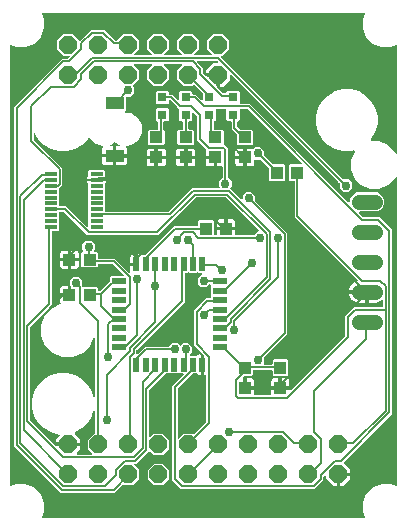
<source format=gbr>
G04 EAGLE Gerber RS-274X export*
G75*
%MOMM*%
%FSLAX34Y34*%
%LPD*%
%INTop Copper*%
%IPPOS*%
%AMOC8*
5,1,8,0,0,1.08239X$1,22.5*%
G01*
%ADD10R,1.100000X1.000000*%
%ADD11R,1.000000X1.100000*%
%ADD12P,1.649562X8X202.500000*%
%ADD13R,0.800000X0.800000*%
%ADD14R,1.600000X1.050000*%
%ADD15R,0.500000X1.200000*%
%ADD16R,1.200000X0.500000*%
%ADD17C,1.308000*%
%ADD18P,1.649562X8X22.500000*%
%ADD19R,1.100000X0.300000*%
%ADD20C,0.152400*%
%ADD21C,0.756400*%

G36*
X310844Y10930D02*
X310844Y10930D01*
X310890Y10928D01*
X310965Y10950D01*
X311042Y10962D01*
X311082Y10984D01*
X311126Y10997D01*
X311190Y11041D01*
X311259Y11078D01*
X311291Y11111D01*
X311328Y11137D01*
X311375Y11200D01*
X311428Y11256D01*
X311448Y11298D01*
X311475Y11334D01*
X311499Y11408D01*
X311532Y11479D01*
X311537Y11525D01*
X311551Y11568D01*
X311550Y11646D01*
X311559Y11723D01*
X311549Y11768D01*
X311549Y11814D01*
X311511Y11946D01*
X311507Y11964D01*
X311504Y11968D01*
X311502Y11975D01*
X309839Y15990D01*
X309839Y24010D01*
X312909Y31420D01*
X318580Y37091D01*
X325990Y40161D01*
X334010Y40161D01*
X338025Y38498D01*
X338069Y38487D01*
X338111Y38468D01*
X338188Y38459D01*
X338264Y38442D01*
X338310Y38446D01*
X338355Y38441D01*
X338432Y38457D01*
X338509Y38465D01*
X338551Y38483D01*
X338596Y38493D01*
X338663Y38533D01*
X338734Y38565D01*
X338768Y38596D01*
X338807Y38619D01*
X338858Y38678D01*
X338915Y38731D01*
X338937Y38771D01*
X338967Y38806D01*
X338996Y38879D01*
X339033Y38947D01*
X339042Y38992D01*
X339059Y39034D01*
X339074Y39170D01*
X339077Y39189D01*
X339076Y39194D01*
X339077Y39201D01*
X339077Y299547D01*
X339062Y299643D01*
X339052Y299740D01*
X339042Y299764D01*
X339038Y299790D01*
X338992Y299876D01*
X338952Y299965D01*
X338935Y299984D01*
X338922Y300007D01*
X338852Y300074D01*
X338786Y300146D01*
X338763Y300159D01*
X338744Y300177D01*
X338656Y300218D01*
X338570Y300265D01*
X338545Y300269D01*
X338521Y300280D01*
X338424Y300291D01*
X338328Y300308D01*
X338302Y300304D01*
X338277Y300307D01*
X338181Y300287D01*
X338085Y300272D01*
X338062Y300261D01*
X338036Y300255D01*
X337953Y300205D01*
X337866Y300161D01*
X337847Y300142D01*
X337825Y300129D01*
X337762Y300055D01*
X337694Y299985D01*
X337678Y299957D01*
X337665Y299942D01*
X337653Y299911D01*
X337613Y299838D01*
X337091Y298580D01*
X331420Y292909D01*
X324010Y289839D01*
X315990Y289839D01*
X308580Y292909D01*
X302909Y298580D01*
X299839Y305990D01*
X299839Y314010D01*
X302921Y321449D01*
X302926Y321471D01*
X302936Y321490D01*
X302954Y321590D01*
X302977Y321689D01*
X302975Y321711D01*
X302979Y321732D01*
X302963Y321833D01*
X302954Y321934D01*
X302945Y321954D01*
X302941Y321976D01*
X302895Y322066D01*
X302854Y322158D01*
X302839Y322175D01*
X302829Y322194D01*
X302756Y322265D01*
X302687Y322340D01*
X302668Y322350D01*
X302652Y322365D01*
X302561Y322409D01*
X302472Y322458D01*
X302450Y322462D01*
X302430Y322472D01*
X302330Y322484D01*
X302230Y322502D01*
X302208Y322499D01*
X302186Y322501D01*
X302020Y322476D01*
X299644Y321839D01*
X292756Y321839D01*
X286102Y323622D01*
X280137Y327066D01*
X275266Y331937D01*
X271822Y337902D01*
X270039Y344556D01*
X270039Y351444D01*
X271822Y358098D01*
X275266Y364063D01*
X280137Y368934D01*
X286102Y372378D01*
X292756Y374161D01*
X299644Y374161D01*
X306298Y372378D01*
X312263Y368934D01*
X317134Y364063D01*
X320578Y358098D01*
X322361Y351444D01*
X322361Y344556D01*
X320578Y337902D01*
X317134Y331937D01*
X316657Y331460D01*
X316615Y331402D01*
X316566Y331350D01*
X316544Y331303D01*
X316514Y331261D01*
X316492Y331192D01*
X316462Y331127D01*
X316457Y331075D01*
X316441Y331025D01*
X316443Y330954D01*
X316435Y330883D01*
X316446Y330832D01*
X316448Y330780D01*
X316472Y330712D01*
X316487Y330642D01*
X316514Y330597D01*
X316532Y330549D01*
X316577Y330493D01*
X316614Y330431D01*
X316653Y330397D01*
X316686Y330357D01*
X316746Y330318D01*
X316801Y330271D01*
X316849Y330252D01*
X316893Y330224D01*
X316962Y330206D01*
X317029Y330179D01*
X317100Y330171D01*
X317131Y330163D01*
X317154Y330165D01*
X317195Y330161D01*
X324010Y330161D01*
X331420Y327091D01*
X337091Y321420D01*
X337613Y320162D01*
X337664Y320079D01*
X337710Y319993D01*
X337729Y319975D01*
X337742Y319953D01*
X337817Y319890D01*
X337888Y319823D01*
X337912Y319812D01*
X337932Y319796D01*
X338023Y319761D01*
X338111Y319720D01*
X338137Y319717D01*
X338161Y319708D01*
X338259Y319703D01*
X338355Y319693D01*
X338381Y319698D01*
X338407Y319697D01*
X338501Y319724D01*
X338596Y319745D01*
X338618Y319758D01*
X338643Y319766D01*
X338723Y319821D01*
X338807Y319871D01*
X338824Y319891D01*
X338845Y319906D01*
X338904Y319984D01*
X338967Y320058D01*
X338977Y320082D01*
X338992Y320103D01*
X339022Y320196D01*
X339059Y320286D01*
X339062Y320319D01*
X339068Y320337D01*
X339068Y320370D01*
X339077Y320453D01*
X339077Y410799D01*
X339070Y410844D01*
X339072Y410890D01*
X339050Y410965D01*
X339038Y411042D01*
X339016Y411082D01*
X339003Y411126D01*
X338959Y411190D01*
X338922Y411259D01*
X338889Y411291D01*
X338863Y411328D01*
X338800Y411375D01*
X338744Y411428D01*
X338702Y411448D01*
X338666Y411475D01*
X338592Y411499D01*
X338521Y411532D01*
X338475Y411537D01*
X338432Y411551D01*
X338354Y411550D01*
X338277Y411559D01*
X338232Y411549D01*
X338186Y411549D01*
X338054Y411511D01*
X338036Y411507D01*
X338032Y411504D01*
X338025Y411502D01*
X334010Y409839D01*
X325990Y409839D01*
X318580Y412909D01*
X312909Y418580D01*
X309839Y425990D01*
X309839Y434010D01*
X311502Y438025D01*
X311513Y438069D01*
X311532Y438111D01*
X311541Y438188D01*
X311558Y438264D01*
X311554Y438310D01*
X311559Y438355D01*
X311543Y438432D01*
X311535Y438509D01*
X311517Y438551D01*
X311507Y438596D01*
X311467Y438663D01*
X311435Y438734D01*
X311404Y438768D01*
X311381Y438807D01*
X311322Y438858D01*
X311269Y438915D01*
X311229Y438937D01*
X311194Y438967D01*
X311121Y438996D01*
X311053Y439033D01*
X311008Y439042D01*
X310966Y439059D01*
X310830Y439074D01*
X310811Y439077D01*
X310806Y439076D01*
X310799Y439077D01*
X39201Y439077D01*
X39156Y439070D01*
X39110Y439072D01*
X39035Y439050D01*
X38958Y439038D01*
X38918Y439016D01*
X38874Y439003D01*
X38810Y438959D01*
X38741Y438922D01*
X38709Y438889D01*
X38672Y438863D01*
X38625Y438800D01*
X38572Y438744D01*
X38552Y438702D01*
X38525Y438666D01*
X38501Y438592D01*
X38468Y438521D01*
X38463Y438475D01*
X38449Y438432D01*
X38450Y438354D01*
X38441Y438277D01*
X38451Y438232D01*
X38451Y438186D01*
X38489Y438054D01*
X38493Y438036D01*
X38496Y438032D01*
X38498Y438025D01*
X40161Y434010D01*
X40161Y425990D01*
X37091Y418580D01*
X31420Y412909D01*
X24010Y409839D01*
X15990Y409839D01*
X11975Y411502D01*
X11931Y411513D01*
X11889Y411532D01*
X11812Y411541D01*
X11736Y411558D01*
X11690Y411554D01*
X11645Y411559D01*
X11568Y411543D01*
X11491Y411535D01*
X11449Y411517D01*
X11404Y411507D01*
X11337Y411467D01*
X11266Y411435D01*
X11232Y411404D01*
X11193Y411381D01*
X11142Y411322D01*
X11085Y411269D01*
X11063Y411229D01*
X11033Y411194D01*
X11004Y411121D01*
X10967Y411053D01*
X10958Y411008D01*
X10941Y410966D01*
X10926Y410830D01*
X10923Y410811D01*
X10924Y410806D01*
X10923Y410799D01*
X10923Y39201D01*
X10930Y39156D01*
X10928Y39110D01*
X10950Y39035D01*
X10962Y38958D01*
X10984Y38918D01*
X10997Y38874D01*
X11041Y38810D01*
X11078Y38741D01*
X11111Y38709D01*
X11137Y38672D01*
X11200Y38625D01*
X11256Y38572D01*
X11298Y38552D01*
X11334Y38525D01*
X11408Y38501D01*
X11479Y38468D01*
X11525Y38463D01*
X11568Y38449D01*
X11646Y38450D01*
X11723Y38441D01*
X11768Y38451D01*
X11814Y38451D01*
X11946Y38489D01*
X11964Y38493D01*
X11968Y38496D01*
X11975Y38498D01*
X15990Y40161D01*
X24010Y40161D01*
X31420Y37091D01*
X37091Y31420D01*
X40161Y24010D01*
X40161Y15990D01*
X38498Y11975D01*
X38487Y11931D01*
X38468Y11889D01*
X38459Y11812D01*
X38442Y11736D01*
X38446Y11690D01*
X38441Y11645D01*
X38457Y11568D01*
X38465Y11491D01*
X38483Y11449D01*
X38493Y11404D01*
X38533Y11337D01*
X38565Y11266D01*
X38596Y11232D01*
X38619Y11193D01*
X38678Y11142D01*
X38731Y11085D01*
X38771Y11063D01*
X38806Y11033D01*
X38879Y11004D01*
X38947Y10967D01*
X38992Y10958D01*
X39034Y10941D01*
X39170Y10926D01*
X39189Y10923D01*
X39194Y10924D01*
X39201Y10923D01*
X310799Y10923D01*
X310844Y10930D01*
G37*
%LPC*%
G36*
X53917Y32765D02*
X53917Y32765D01*
X14477Y72205D01*
X14477Y359087D01*
X55441Y400051D01*
X59697Y400051D01*
X59787Y400065D01*
X59878Y400073D01*
X59908Y400085D01*
X59940Y400090D01*
X60021Y400133D01*
X60105Y400169D01*
X60137Y400195D01*
X60158Y400206D01*
X60180Y400229D01*
X60236Y400274D01*
X61418Y401456D01*
X61460Y401514D01*
X61509Y401566D01*
X61531Y401613D01*
X61561Y401655D01*
X61582Y401724D01*
X61613Y401789D01*
X61618Y401841D01*
X61634Y401891D01*
X61632Y401962D01*
X61640Y402033D01*
X61629Y402084D01*
X61627Y402136D01*
X61603Y402204D01*
X61588Y402274D01*
X61561Y402319D01*
X61543Y402367D01*
X61498Y402423D01*
X61461Y402485D01*
X61422Y402519D01*
X61389Y402559D01*
X61329Y402598D01*
X61274Y402645D01*
X61226Y402664D01*
X61182Y402692D01*
X61113Y402710D01*
X61046Y402737D01*
X60975Y402745D01*
X60944Y402753D01*
X60920Y402751D01*
X60880Y402755D01*
X56712Y402755D01*
X51355Y408112D01*
X51355Y415688D01*
X56712Y421045D01*
X64288Y421045D01*
X69823Y415510D01*
X69840Y415497D01*
X69854Y415480D01*
X69940Y415425D01*
X70023Y415366D01*
X70043Y415360D01*
X70061Y415348D01*
X70160Y415324D01*
X70258Y415294D01*
X70279Y415294D01*
X70300Y415289D01*
X70402Y415297D01*
X70504Y415300D01*
X70524Y415307D01*
X70545Y415309D01*
X70639Y415349D01*
X70735Y415384D01*
X70752Y415398D01*
X70771Y415406D01*
X70902Y415512D01*
X70904Y415514D01*
X79825Y424435D01*
X90863Y424435D01*
X99784Y415514D01*
X99858Y415461D01*
X99928Y415401D01*
X99958Y415389D01*
X99984Y415370D01*
X100071Y415343D01*
X100156Y415309D01*
X100197Y415305D01*
X100219Y415298D01*
X100251Y415299D01*
X100323Y415291D01*
X101443Y415291D01*
X101533Y415305D01*
X101624Y415313D01*
X101654Y415325D01*
X101686Y415330D01*
X101766Y415373D01*
X101850Y415409D01*
X101882Y415435D01*
X101903Y415446D01*
X101925Y415469D01*
X101981Y415514D01*
X107512Y421045D01*
X115088Y421045D01*
X120445Y415688D01*
X120445Y408112D01*
X116731Y404398D01*
X116689Y404340D01*
X116640Y404288D01*
X116618Y404241D01*
X116587Y404199D01*
X116566Y404130D01*
X116536Y404065D01*
X116530Y404013D01*
X116515Y403963D01*
X116517Y403892D01*
X116509Y403821D01*
X116520Y403770D01*
X116521Y403718D01*
X116546Y403650D01*
X116561Y403580D01*
X116588Y403535D01*
X116606Y403487D01*
X116651Y403431D01*
X116687Y403369D01*
X116727Y403335D01*
X116759Y403295D01*
X116820Y403256D01*
X116874Y403209D01*
X116923Y403190D01*
X116966Y403162D01*
X117036Y403144D01*
X117102Y403117D01*
X117174Y403109D01*
X117205Y403101D01*
X117228Y403103D01*
X117269Y403099D01*
X130731Y403099D01*
X130802Y403110D01*
X130873Y403112D01*
X130922Y403130D01*
X130974Y403138D01*
X131037Y403172D01*
X131104Y403197D01*
X131145Y403229D01*
X131191Y403254D01*
X131240Y403306D01*
X131296Y403350D01*
X131325Y403394D01*
X131360Y403432D01*
X131391Y403497D01*
X131429Y403557D01*
X131442Y403608D01*
X131464Y403655D01*
X131472Y403726D01*
X131489Y403796D01*
X131485Y403848D01*
X131491Y403899D01*
X131476Y403970D01*
X131470Y404041D01*
X131450Y404089D01*
X131439Y404140D01*
X131402Y404201D01*
X131374Y404267D01*
X131329Y404323D01*
X131313Y404351D01*
X131295Y404366D01*
X131269Y404398D01*
X127555Y408112D01*
X127555Y415688D01*
X132912Y421045D01*
X140488Y421045D01*
X145845Y415688D01*
X145845Y408112D01*
X142131Y404398D01*
X142089Y404340D01*
X142040Y404288D01*
X142018Y404241D01*
X141987Y404199D01*
X141966Y404130D01*
X141936Y404065D01*
X141930Y404013D01*
X141915Y403963D01*
X141917Y403892D01*
X141909Y403821D01*
X141920Y403770D01*
X141921Y403718D01*
X141946Y403650D01*
X141961Y403580D01*
X141988Y403535D01*
X142006Y403487D01*
X142051Y403431D01*
X142087Y403369D01*
X142127Y403335D01*
X142159Y403295D01*
X142220Y403256D01*
X142274Y403209D01*
X142323Y403190D01*
X142366Y403162D01*
X142436Y403144D01*
X142502Y403117D01*
X142574Y403109D01*
X142605Y403101D01*
X142628Y403103D01*
X142669Y403099D01*
X156131Y403099D01*
X156202Y403110D01*
X156273Y403112D01*
X156322Y403130D01*
X156374Y403138D01*
X156437Y403172D01*
X156504Y403197D01*
X156545Y403229D01*
X156591Y403254D01*
X156640Y403306D01*
X156696Y403350D01*
X156725Y403394D01*
X156760Y403432D01*
X156791Y403497D01*
X156829Y403557D01*
X156842Y403608D01*
X156864Y403655D01*
X156872Y403726D01*
X156889Y403796D01*
X156885Y403848D01*
X156891Y403899D01*
X156876Y403970D01*
X156870Y404041D01*
X156850Y404089D01*
X156839Y404140D01*
X156802Y404201D01*
X156774Y404267D01*
X156729Y404323D01*
X156713Y404351D01*
X156695Y404366D01*
X156669Y404398D01*
X152955Y408112D01*
X152955Y415688D01*
X158312Y421045D01*
X165888Y421045D01*
X171245Y415688D01*
X171245Y408112D01*
X167531Y404398D01*
X167489Y404340D01*
X167440Y404288D01*
X167418Y404241D01*
X167387Y404199D01*
X167366Y404130D01*
X167336Y404065D01*
X167330Y404013D01*
X167315Y403963D01*
X167317Y403892D01*
X167309Y403821D01*
X167320Y403770D01*
X167321Y403718D01*
X167346Y403650D01*
X167361Y403580D01*
X167388Y403535D01*
X167406Y403487D01*
X167451Y403431D01*
X167487Y403369D01*
X167527Y403335D01*
X167559Y403295D01*
X167620Y403256D01*
X167674Y403209D01*
X167723Y403190D01*
X167766Y403162D01*
X167836Y403144D01*
X167902Y403117D01*
X167974Y403109D01*
X168005Y403101D01*
X168028Y403103D01*
X168069Y403099D01*
X181531Y403099D01*
X181602Y403110D01*
X181673Y403112D01*
X181722Y403130D01*
X181774Y403138D01*
X181837Y403172D01*
X181904Y403197D01*
X181945Y403229D01*
X181991Y403254D01*
X182040Y403306D01*
X182096Y403350D01*
X182125Y403394D01*
X182160Y403432D01*
X182191Y403497D01*
X182229Y403557D01*
X182242Y403608D01*
X182264Y403655D01*
X182272Y403726D01*
X182289Y403796D01*
X182285Y403848D01*
X182291Y403899D01*
X182276Y403970D01*
X182270Y404041D01*
X182250Y404089D01*
X182239Y404140D01*
X182202Y404201D01*
X182174Y404267D01*
X182129Y404323D01*
X182113Y404351D01*
X182095Y404366D01*
X182069Y404398D01*
X178355Y408112D01*
X178355Y415688D01*
X183712Y421045D01*
X191288Y421045D01*
X196645Y415688D01*
X196645Y408112D01*
X191288Y402755D01*
X190580Y402755D01*
X190510Y402744D01*
X190438Y402742D01*
X190389Y402724D01*
X190338Y402716D01*
X190274Y402682D01*
X190207Y402657D01*
X190166Y402625D01*
X190120Y402600D01*
X190071Y402548D01*
X190015Y402504D01*
X189987Y402460D01*
X189951Y402422D01*
X189921Y402357D01*
X189882Y402297D01*
X189869Y402246D01*
X189847Y402199D01*
X189839Y402128D01*
X189822Y402058D01*
X189826Y402006D01*
X189820Y401955D01*
X189835Y401884D01*
X189841Y401813D01*
X189861Y401765D01*
X189872Y401714D01*
X189909Y401653D01*
X189937Y401587D01*
X189982Y401531D01*
X189999Y401503D01*
X190016Y401488D01*
X190042Y401456D01*
X293360Y298138D01*
X293434Y298085D01*
X293504Y298025D01*
X293534Y298013D01*
X293560Y297994D01*
X293647Y297967D01*
X293732Y297933D01*
X293773Y297929D01*
X293795Y297922D01*
X293827Y297923D01*
X293899Y297915D01*
X297854Y297915D01*
X300963Y294806D01*
X300963Y290410D01*
X297854Y287301D01*
X293458Y287301D01*
X290349Y290410D01*
X290349Y294365D01*
X290335Y294456D01*
X290327Y294546D01*
X290315Y294576D01*
X290310Y294608D01*
X290267Y294689D01*
X290231Y294773D01*
X290205Y294805D01*
X290194Y294826D01*
X290171Y294848D01*
X290126Y294904D01*
X198960Y386070D01*
X198902Y386112D01*
X198850Y386161D01*
X198803Y386183D01*
X198761Y386213D01*
X198692Y386234D01*
X198627Y386265D01*
X198575Y386270D01*
X198525Y386286D01*
X198454Y386284D01*
X198383Y386292D01*
X198332Y386281D01*
X198280Y386279D01*
X198212Y386255D01*
X198142Y386240D01*
X198098Y386213D01*
X198049Y386195D01*
X197993Y386150D01*
X197931Y386113D01*
X197897Y386074D01*
X197857Y386041D01*
X197818Y385981D01*
X197771Y385926D01*
X197752Y385878D01*
X197724Y385834D01*
X197706Y385765D01*
X197679Y385698D01*
X197671Y385627D01*
X197663Y385596D01*
X197665Y385572D01*
X197661Y385532D01*
X197661Y382291D01*
X191709Y376339D01*
X189023Y376339D01*
X189023Y385738D01*
X189020Y385758D01*
X189022Y385777D01*
X189000Y385879D01*
X188983Y385981D01*
X188974Y385998D01*
X188970Y386018D01*
X188917Y386107D01*
X188868Y386198D01*
X188854Y386212D01*
X188844Y386229D01*
X188765Y386296D01*
X188690Y386367D01*
X188672Y386376D01*
X188657Y386389D01*
X188561Y386427D01*
X188467Y386471D01*
X188447Y386473D01*
X188429Y386481D01*
X188262Y386499D01*
X187499Y386499D01*
X187499Y387262D01*
X187496Y387282D01*
X187498Y387301D01*
X187476Y387403D01*
X187459Y387505D01*
X187450Y387522D01*
X187446Y387542D01*
X187393Y387631D01*
X187344Y387722D01*
X187330Y387736D01*
X187320Y387753D01*
X187241Y387820D01*
X187166Y387891D01*
X187148Y387900D01*
X187133Y387913D01*
X187037Y387952D01*
X186943Y387995D01*
X186923Y387997D01*
X186905Y388005D01*
X186738Y388023D01*
X177339Y388023D01*
X177339Y390709D01*
X183291Y396661D01*
X186532Y396661D01*
X186602Y396672D01*
X186674Y396674D01*
X186723Y396692D01*
X186774Y396700D01*
X186838Y396734D01*
X186905Y396759D01*
X186946Y396791D01*
X186992Y396816D01*
X187041Y396867D01*
X187097Y396912D01*
X187125Y396956D01*
X187161Y396994D01*
X187191Y397059D01*
X187230Y397119D01*
X187243Y397170D01*
X187265Y397217D01*
X187273Y397288D01*
X187290Y397358D01*
X187286Y397410D01*
X187292Y397461D01*
X187277Y397532D01*
X187271Y397603D01*
X187251Y397651D01*
X187240Y397702D01*
X187203Y397763D01*
X187175Y397829D01*
X187130Y397885D01*
X187113Y397913D01*
X187096Y397928D01*
X187070Y397960D01*
X186728Y398302D01*
X186654Y398355D01*
X186584Y398415D01*
X186554Y398427D01*
X186528Y398446D01*
X186441Y398473D01*
X186356Y398507D01*
X186315Y398511D01*
X186293Y398518D01*
X186261Y398517D01*
X186189Y398525D01*
X170426Y398525D01*
X170356Y398514D01*
X170284Y398512D01*
X170235Y398494D01*
X170184Y398486D01*
X170120Y398452D01*
X170053Y398427D01*
X170012Y398395D01*
X169966Y398370D01*
X169917Y398318D01*
X169861Y398274D01*
X169833Y398230D01*
X169797Y398192D01*
X169767Y398127D01*
X169728Y398067D01*
X169715Y398016D01*
X169693Y397969D01*
X169685Y397898D01*
X169668Y397828D01*
X169672Y397776D01*
X169666Y397725D01*
X169681Y397654D01*
X169687Y397583D01*
X169707Y397535D01*
X169718Y397484D01*
X169755Y397423D01*
X169783Y397357D01*
X169828Y397301D01*
X169845Y397273D01*
X169862Y397258D01*
X169888Y397226D01*
X174499Y392615D01*
X174499Y388359D01*
X174513Y388268D01*
X174521Y388178D01*
X174533Y388148D01*
X174538Y388116D01*
X174581Y388035D01*
X174617Y387951D01*
X174643Y387919D01*
X174654Y387898D01*
X174677Y387876D01*
X174722Y387820D01*
X177342Y385200D01*
X177416Y385147D01*
X177486Y385087D01*
X177516Y385075D01*
X177542Y385056D01*
X177629Y385029D01*
X177714Y384995D01*
X177755Y384991D01*
X177777Y384984D01*
X177809Y384985D01*
X177880Y384977D01*
X185977Y384977D01*
X185977Y376880D01*
X185992Y376790D01*
X185999Y376699D01*
X186011Y376670D01*
X186017Y376638D01*
X186059Y376557D01*
X186095Y376473D01*
X186121Y376441D01*
X186132Y376420D01*
X186155Y376398D01*
X186200Y376342D01*
X191224Y371318D01*
X191298Y371265D01*
X191368Y371205D01*
X191398Y371193D01*
X191424Y371174D01*
X191511Y371147D01*
X191596Y371113D01*
X191637Y371109D01*
X191659Y371102D01*
X191691Y371103D01*
X191763Y371095D01*
X193714Y371095D01*
X193734Y371098D01*
X193753Y371096D01*
X193855Y371118D01*
X193957Y371134D01*
X193974Y371144D01*
X193994Y371148D01*
X194083Y371201D01*
X194174Y371250D01*
X194188Y371264D01*
X194205Y371274D01*
X194272Y371353D01*
X194344Y371428D01*
X194352Y371446D01*
X194365Y371461D01*
X194404Y371557D01*
X194447Y371651D01*
X194449Y371671D01*
X194457Y371689D01*
X194475Y371856D01*
X194475Y372132D01*
X195368Y373025D01*
X204632Y373025D01*
X205525Y372132D01*
X205525Y362712D01*
X205528Y362692D01*
X205526Y362673D01*
X205548Y362571D01*
X205564Y362469D01*
X205574Y362452D01*
X205578Y362432D01*
X205631Y362343D01*
X205680Y362252D01*
X205694Y362238D01*
X205704Y362221D01*
X205783Y362154D01*
X205858Y362082D01*
X205876Y362074D01*
X205891Y362061D01*
X205987Y362022D01*
X206081Y361979D01*
X206101Y361977D01*
X206119Y361969D01*
X206286Y361951D01*
X214307Y361951D01*
X297456Y278802D01*
X297514Y278760D01*
X297566Y278711D01*
X297613Y278689D01*
X297655Y278659D01*
X297724Y278638D01*
X297789Y278607D01*
X297841Y278602D01*
X297891Y278586D01*
X297962Y278588D01*
X298033Y278580D01*
X298084Y278591D01*
X298136Y278593D01*
X298204Y278617D01*
X298274Y278632D01*
X298318Y278659D01*
X298367Y278677D01*
X298423Y278722D01*
X298485Y278759D01*
X298519Y278798D01*
X298559Y278831D01*
X298598Y278891D01*
X298645Y278946D01*
X298664Y278994D01*
X298692Y279038D01*
X298710Y279107D01*
X298737Y279174D01*
X298745Y279245D01*
X298753Y279276D01*
X298751Y279300D01*
X298755Y279340D01*
X298755Y280404D01*
X299983Y283368D01*
X302252Y285637D01*
X305216Y286865D01*
X321504Y286865D01*
X324468Y285637D01*
X326737Y283368D01*
X327965Y280404D01*
X327965Y277196D01*
X326737Y274232D01*
X324468Y271963D01*
X321504Y270735D01*
X307360Y270735D01*
X307290Y270724D01*
X307218Y270722D01*
X307169Y270704D01*
X307118Y270696D01*
X307054Y270662D01*
X306987Y270637D01*
X306946Y270605D01*
X306900Y270580D01*
X306851Y270528D01*
X306795Y270484D01*
X306767Y270440D01*
X306731Y270402D01*
X306701Y270337D01*
X306662Y270277D01*
X306649Y270226D01*
X306627Y270179D01*
X306619Y270108D01*
X306602Y270038D01*
X306606Y269986D01*
X306600Y269935D01*
X306615Y269864D01*
X306621Y269793D01*
X306641Y269745D01*
X306652Y269694D01*
X306689Y269633D01*
X306717Y269567D01*
X306762Y269511D01*
X306779Y269483D01*
X306796Y269468D01*
X306822Y269436D01*
X310096Y266162D01*
X310170Y266109D01*
X310240Y266049D01*
X310270Y266037D01*
X310296Y266018D01*
X310383Y265991D01*
X310468Y265957D01*
X310509Y265953D01*
X310531Y265946D01*
X310563Y265947D01*
X310635Y265939D01*
X324035Y265939D01*
X334519Y255455D01*
X334519Y99637D01*
X293864Y58982D01*
X293852Y58966D01*
X293837Y58953D01*
X293781Y58866D01*
X293720Y58782D01*
X293715Y58763D01*
X293704Y58747D01*
X293678Y58646D01*
X293648Y58547D01*
X293649Y58527D01*
X293644Y58508D01*
X293652Y58405D01*
X293654Y58301D01*
X293661Y58283D01*
X293663Y58263D01*
X293703Y58168D01*
X293739Y58070D01*
X293751Y58055D01*
X293759Y58036D01*
X293864Y57905D01*
X299461Y52309D01*
X299461Y49623D01*
X290062Y49623D01*
X290042Y49620D01*
X290023Y49622D01*
X289921Y49600D01*
X289819Y49583D01*
X289802Y49574D01*
X289782Y49570D01*
X289693Y49517D01*
X289602Y49468D01*
X289588Y49454D01*
X289571Y49444D01*
X289504Y49365D01*
X289433Y49290D01*
X289424Y49272D01*
X289411Y49257D01*
X289373Y49161D01*
X289329Y49067D01*
X289327Y49047D01*
X289319Y49029D01*
X289301Y48862D01*
X289301Y48099D01*
X288538Y48099D01*
X288518Y48096D01*
X288499Y48098D01*
X288397Y48076D01*
X288295Y48059D01*
X288278Y48050D01*
X288258Y48046D01*
X288169Y47993D01*
X288078Y47944D01*
X288064Y47930D01*
X288047Y47920D01*
X287980Y47841D01*
X287909Y47766D01*
X287900Y47748D01*
X287887Y47733D01*
X287848Y47637D01*
X287805Y47543D01*
X287803Y47523D01*
X287795Y47505D01*
X287777Y47338D01*
X287777Y37939D01*
X285091Y37939D01*
X279139Y43891D01*
X279139Y46992D01*
X279128Y47062D01*
X279126Y47134D01*
X279108Y47183D01*
X279099Y47234D01*
X279066Y47298D01*
X279041Y47365D01*
X279009Y47406D01*
X278984Y47452D01*
X278932Y47501D01*
X278888Y47557D01*
X278844Y47585D01*
X278806Y47621D01*
X278741Y47651D01*
X278681Y47690D01*
X278630Y47703D01*
X278583Y47725D01*
X278512Y47733D01*
X278442Y47750D01*
X278390Y47746D01*
X278339Y47752D01*
X278268Y47736D01*
X278197Y47731D01*
X278149Y47711D01*
X278098Y47699D01*
X278037Y47663D01*
X277971Y47635D01*
X277915Y47590D01*
X277887Y47573D01*
X277872Y47555D01*
X277840Y47530D01*
X276830Y46520D01*
X276777Y46446D01*
X276717Y46376D01*
X276705Y46346D01*
X276686Y46320D01*
X276659Y46233D01*
X276625Y46148D01*
X276621Y46107D01*
X276614Y46085D01*
X276615Y46053D01*
X276607Y45981D01*
X276607Y43249D01*
X269171Y35813D01*
X156025Y35813D01*
X148589Y43249D01*
X148589Y122867D01*
X158078Y132356D01*
X158120Y132414D01*
X158169Y132466D01*
X158191Y132513D01*
X158221Y132555D01*
X158242Y132624D01*
X158273Y132689D01*
X158278Y132741D01*
X158294Y132791D01*
X158292Y132862D01*
X158300Y132933D01*
X158289Y132984D01*
X158287Y133036D01*
X158263Y133104D01*
X158248Y133174D01*
X158221Y133219D01*
X158203Y133267D01*
X158158Y133323D01*
X158121Y133385D01*
X158082Y133419D01*
X158049Y133459D01*
X157989Y133498D01*
X157934Y133545D01*
X157886Y133564D01*
X157842Y133592D01*
X157773Y133610D01*
X157706Y133637D01*
X157635Y133645D01*
X157604Y133653D01*
X157580Y133651D01*
X157540Y133655D01*
X155028Y133655D01*
X154698Y133985D01*
X154682Y133997D01*
X154670Y134013D01*
X154583Y134069D01*
X154499Y134129D01*
X154480Y134135D01*
X154463Y134146D01*
X154362Y134171D01*
X154263Y134201D01*
X154244Y134201D01*
X154224Y134206D01*
X154121Y134198D01*
X154018Y134195D01*
X153999Y134188D01*
X153979Y134187D01*
X153884Y134146D01*
X153787Y134111D01*
X153771Y134098D01*
X153753Y134090D01*
X153622Y133985D01*
X153292Y133655D01*
X147028Y133655D01*
X146698Y133985D01*
X146682Y133997D01*
X146670Y134013D01*
X146583Y134069D01*
X146499Y134129D01*
X146480Y134135D01*
X146463Y134146D01*
X146362Y134171D01*
X146263Y134201D01*
X146244Y134201D01*
X146224Y134206D01*
X146121Y134198D01*
X146018Y134195D01*
X145999Y134188D01*
X145979Y134187D01*
X145884Y134146D01*
X145787Y134111D01*
X145771Y134098D01*
X145753Y134090D01*
X145622Y133985D01*
X145292Y133655D01*
X143300Y133655D01*
X143210Y133641D01*
X143119Y133633D01*
X143090Y133621D01*
X143058Y133616D01*
X142977Y133573D01*
X142893Y133537D01*
X142861Y133511D01*
X142840Y133500D01*
X142818Y133477D01*
X142762Y133432D01*
X142456Y133126D01*
X129002Y119672D01*
X128949Y119598D01*
X128889Y119528D01*
X128877Y119498D01*
X128858Y119472D01*
X128831Y119385D01*
X128797Y119300D01*
X128793Y119259D01*
X128786Y119237D01*
X128787Y119205D01*
X128779Y119133D01*
X128779Y80149D01*
X128790Y80078D01*
X128792Y80007D01*
X128810Y79958D01*
X128818Y79906D01*
X128852Y79843D01*
X128877Y79776D01*
X128909Y79735D01*
X128934Y79689D01*
X128986Y79640D01*
X129030Y79584D01*
X129074Y79555D01*
X129112Y79520D01*
X129177Y79489D01*
X129237Y79451D01*
X129288Y79438D01*
X129335Y79416D01*
X129406Y79408D01*
X129476Y79391D01*
X129528Y79395D01*
X129579Y79389D01*
X129650Y79404D01*
X129721Y79410D01*
X129769Y79430D01*
X129820Y79441D01*
X129881Y79478D01*
X129947Y79506D01*
X130003Y79551D01*
X130031Y79567D01*
X130046Y79585D01*
X130078Y79611D01*
X133112Y82645D01*
X140688Y82645D01*
X146045Y77288D01*
X146045Y69712D01*
X140688Y64355D01*
X133112Y64355D01*
X129845Y67622D01*
X129829Y67634D01*
X129816Y67650D01*
X129729Y67706D01*
X129645Y67766D01*
X129626Y67772D01*
X129609Y67783D01*
X129509Y67808D01*
X129410Y67838D01*
X129390Y67838D01*
X129371Y67843D01*
X129268Y67835D01*
X129164Y67832D01*
X129145Y67825D01*
X129126Y67824D01*
X129031Y67783D01*
X128933Y67748D01*
X128918Y67735D01*
X128899Y67727D01*
X128768Y67622D01*
X127216Y66070D01*
X118295Y57149D01*
X117221Y57149D01*
X117150Y57138D01*
X117079Y57136D01*
X117030Y57118D01*
X116978Y57110D01*
X116915Y57076D01*
X116848Y57051D01*
X116807Y57019D01*
X116761Y56994D01*
X116712Y56942D01*
X116656Y56898D01*
X116627Y56854D01*
X116592Y56816D01*
X116561Y56751D01*
X116523Y56691D01*
X116510Y56640D01*
X116488Y56593D01*
X116480Y56522D01*
X116463Y56452D01*
X116467Y56400D01*
X116461Y56349D01*
X116476Y56278D01*
X116482Y56207D01*
X116502Y56159D01*
X116513Y56108D01*
X116550Y56047D01*
X116578Y55981D01*
X116623Y55925D01*
X116639Y55897D01*
X116657Y55882D01*
X116683Y55850D01*
X120645Y51888D01*
X120645Y44312D01*
X115288Y38955D01*
X107712Y38955D01*
X107493Y39174D01*
X107477Y39186D01*
X107464Y39202D01*
X107377Y39258D01*
X107293Y39318D01*
X107274Y39324D01*
X107257Y39335D01*
X107157Y39360D01*
X107058Y39390D01*
X107038Y39390D01*
X107019Y39395D01*
X106916Y39387D01*
X106812Y39384D01*
X106793Y39377D01*
X106774Y39376D01*
X106679Y39335D01*
X106581Y39300D01*
X106566Y39287D01*
X106547Y39279D01*
X106416Y39174D01*
X100007Y32765D01*
X53917Y32765D01*
G37*
%LPD*%
G36*
X231718Y115066D02*
X231718Y115066D01*
X231737Y115064D01*
X231839Y115086D01*
X231941Y115102D01*
X231958Y115112D01*
X231978Y115116D01*
X232067Y115169D01*
X232158Y115218D01*
X232172Y115232D01*
X232189Y115242D01*
X232256Y115321D01*
X232328Y115396D01*
X232336Y115414D01*
X232349Y115429D01*
X232388Y115525D01*
X232431Y115619D01*
X232433Y115639D01*
X232441Y115657D01*
X232459Y115824D01*
X232459Y119977D01*
X239238Y119977D01*
X239258Y119980D01*
X239277Y119978D01*
X239379Y120000D01*
X239481Y120017D01*
X239498Y120026D01*
X239518Y120030D01*
X239607Y120083D01*
X239698Y120132D01*
X239712Y120146D01*
X239729Y120156D01*
X239796Y120235D01*
X239867Y120310D01*
X239876Y120328D01*
X239889Y120343D01*
X239928Y120439D01*
X239971Y120533D01*
X239973Y120553D01*
X239981Y120571D01*
X239999Y120738D01*
X239999Y121501D01*
X240001Y121501D01*
X240001Y120738D01*
X240004Y120718D01*
X240002Y120699D01*
X240024Y120597D01*
X240041Y120495D01*
X240050Y120478D01*
X240054Y120458D01*
X240107Y120369D01*
X240156Y120278D01*
X240170Y120264D01*
X240180Y120247D01*
X240259Y120180D01*
X240334Y120109D01*
X240352Y120100D01*
X240367Y120087D01*
X240463Y120048D01*
X240557Y120005D01*
X240577Y120003D01*
X240595Y119995D01*
X240762Y119977D01*
X247549Y119977D01*
X247552Y119954D01*
X247554Y119882D01*
X247572Y119833D01*
X247580Y119782D01*
X247614Y119718D01*
X247639Y119651D01*
X247671Y119610D01*
X247696Y119564D01*
X247748Y119515D01*
X247792Y119459D01*
X247836Y119431D01*
X247874Y119395D01*
X247939Y119365D01*
X247999Y119326D01*
X248050Y119313D01*
X248097Y119291D01*
X248168Y119283D01*
X248238Y119266D01*
X248290Y119270D01*
X248341Y119264D01*
X248412Y119279D01*
X248483Y119285D01*
X248531Y119305D01*
X248582Y119316D01*
X248643Y119353D01*
X248709Y119381D01*
X248765Y119426D01*
X248793Y119443D01*
X248808Y119460D01*
X248840Y119486D01*
X294670Y165316D01*
X294723Y165390D01*
X294783Y165460D01*
X294795Y165490D01*
X294814Y165516D01*
X294841Y165603D01*
X294875Y165688D01*
X294879Y165729D01*
X294886Y165751D01*
X294885Y165783D01*
X294893Y165855D01*
X294893Y182303D01*
X302329Y189739D01*
X326136Y189739D01*
X326156Y189742D01*
X326175Y189740D01*
X326277Y189762D01*
X326379Y189778D01*
X326396Y189788D01*
X326416Y189792D01*
X326505Y189845D01*
X326596Y189894D01*
X326610Y189908D01*
X326627Y189918D01*
X326694Y189997D01*
X326766Y190072D01*
X326774Y190090D01*
X326787Y190105D01*
X326826Y190201D01*
X326869Y190295D01*
X326871Y190315D01*
X326879Y190333D01*
X326897Y190500D01*
X326897Y194930D01*
X326878Y195048D01*
X326859Y195167D01*
X326858Y195170D01*
X326858Y195173D01*
X326802Y195277D01*
X326746Y195385D01*
X326744Y195387D01*
X326742Y195390D01*
X326657Y195471D01*
X326569Y195556D01*
X326566Y195557D01*
X326564Y195559D01*
X326456Y195609D01*
X326347Y195661D01*
X326344Y195662D01*
X326341Y195663D01*
X326223Y195676D01*
X326103Y195690D01*
X326100Y195690D01*
X326097Y195690D01*
X325980Y195665D01*
X325862Y195640D01*
X325859Y195638D01*
X325856Y195638D01*
X325847Y195632D01*
X325713Y195563D01*
X324201Y194553D01*
X322549Y193868D01*
X320794Y193519D01*
X314883Y193519D01*
X314883Y201838D01*
X314880Y201858D01*
X314882Y201877D01*
X314860Y201979D01*
X314843Y202081D01*
X314834Y202098D01*
X314830Y202118D01*
X314777Y202207D01*
X314728Y202298D01*
X314714Y202312D01*
X314704Y202329D01*
X314625Y202396D01*
X314550Y202467D01*
X314532Y202476D01*
X314517Y202489D01*
X314421Y202527D01*
X314327Y202571D01*
X314307Y202573D01*
X314289Y202581D01*
X314122Y202599D01*
X313359Y202599D01*
X313359Y203362D01*
X313356Y203382D01*
X313358Y203401D01*
X313336Y203503D01*
X313319Y203605D01*
X313310Y203622D01*
X313306Y203642D01*
X313253Y203731D01*
X313204Y203822D01*
X313190Y203836D01*
X313180Y203853D01*
X313101Y203920D01*
X313026Y203991D01*
X313008Y204000D01*
X312993Y204013D01*
X312897Y204052D01*
X312803Y204095D01*
X312783Y204097D01*
X312765Y204105D01*
X312598Y204123D01*
X297864Y204123D01*
X298088Y205249D01*
X298773Y206901D01*
X299767Y208389D01*
X301031Y209653D01*
X302519Y210647D01*
X304171Y211332D01*
X304836Y211464D01*
X304949Y211506D01*
X305060Y211547D01*
X305063Y211549D01*
X305066Y211550D01*
X305159Y211626D01*
X305252Y211701D01*
X305254Y211704D01*
X305257Y211705D01*
X305320Y211807D01*
X305385Y211908D01*
X305386Y211911D01*
X305388Y211913D01*
X305416Y212030D01*
X305446Y212146D01*
X305445Y212149D01*
X305446Y212152D01*
X305436Y212273D01*
X305426Y212392D01*
X305425Y212394D01*
X305425Y212398D01*
X305376Y212510D01*
X305330Y212618D01*
X305328Y212621D01*
X305327Y212623D01*
X305319Y212631D01*
X305225Y212749D01*
X252221Y265753D01*
X252221Y295774D01*
X252218Y295794D01*
X252220Y295813D01*
X252198Y295915D01*
X252182Y296017D01*
X252172Y296034D01*
X252168Y296054D01*
X252115Y296143D01*
X252066Y296234D01*
X252052Y296248D01*
X252042Y296265D01*
X251963Y296332D01*
X251888Y296404D01*
X251870Y296412D01*
X251855Y296425D01*
X251759Y296464D01*
X251665Y296507D01*
X251645Y296509D01*
X251627Y296517D01*
X251460Y296535D01*
X248538Y296535D01*
X247645Y297428D01*
X247645Y309692D01*
X248538Y310585D01*
X257368Y310585D01*
X257438Y310596D01*
X257510Y310598D01*
X257559Y310616D01*
X257610Y310624D01*
X257674Y310658D01*
X257741Y310683D01*
X257782Y310715D01*
X257828Y310740D01*
X257877Y310792D01*
X257933Y310836D01*
X257961Y310880D01*
X257997Y310918D01*
X258027Y310983D01*
X258066Y311043D01*
X258079Y311094D01*
X258101Y311141D01*
X258109Y311212D01*
X258126Y311282D01*
X258122Y311334D01*
X258128Y311385D01*
X258113Y311456D01*
X258107Y311527D01*
X258087Y311575D01*
X258076Y311626D01*
X258039Y311687D01*
X258011Y311753D01*
X257966Y311809D01*
X257949Y311837D01*
X257932Y311852D01*
X257906Y311884D01*
X212636Y357154D01*
X212562Y357207D01*
X212492Y357267D01*
X212462Y357279D01*
X212436Y357298D01*
X212349Y357325D01*
X212264Y357359D01*
X212223Y357363D01*
X212201Y357370D01*
X212169Y357369D01*
X212097Y357377D01*
X206286Y357377D01*
X206266Y357374D01*
X206247Y357376D01*
X206145Y357354D01*
X206043Y357338D01*
X206026Y357328D01*
X206006Y357324D01*
X205917Y357271D01*
X205826Y357222D01*
X205812Y357208D01*
X205795Y357198D01*
X205728Y357119D01*
X205656Y357044D01*
X205648Y357026D01*
X205635Y357011D01*
X205596Y356915D01*
X205553Y356821D01*
X205551Y356801D01*
X205543Y356783D01*
X205525Y356616D01*
X205525Y347868D01*
X204632Y346975D01*
X204216Y346975D01*
X204196Y346972D01*
X204177Y346974D01*
X204075Y346952D01*
X203973Y346936D01*
X203956Y346926D01*
X203936Y346922D01*
X203847Y346869D01*
X203756Y346820D01*
X203742Y346806D01*
X203725Y346796D01*
X203658Y346717D01*
X203586Y346642D01*
X203578Y346624D01*
X203565Y346609D01*
X203526Y346513D01*
X203483Y346419D01*
X203481Y346399D01*
X203473Y346381D01*
X203455Y346214D01*
X203455Y342639D01*
X203469Y342548D01*
X203477Y342458D01*
X203489Y342428D01*
X203494Y342396D01*
X203537Y342315D01*
X203573Y342231D01*
X203599Y342199D01*
X203610Y342178D01*
X203633Y342156D01*
X203678Y342100D01*
X205530Y340248D01*
X205604Y340195D01*
X205674Y340135D01*
X205704Y340123D01*
X205730Y340104D01*
X205817Y340077D01*
X205902Y340043D01*
X205943Y340039D01*
X205965Y340032D01*
X205997Y340033D01*
X206069Y340025D01*
X216132Y340025D01*
X217025Y339132D01*
X217025Y327868D01*
X216132Y326975D01*
X203868Y326975D01*
X202975Y327868D01*
X202975Y336019D01*
X202961Y336110D01*
X202953Y336200D01*
X202941Y336230D01*
X202936Y336262D01*
X202893Y336343D01*
X202857Y336427D01*
X202831Y336459D01*
X202820Y336480D01*
X202797Y336502D01*
X202752Y336558D01*
X198881Y340429D01*
X198881Y346214D01*
X198878Y346234D01*
X198880Y346253D01*
X198858Y346355D01*
X198842Y346457D01*
X198832Y346474D01*
X198828Y346494D01*
X198775Y346583D01*
X198726Y346674D01*
X198712Y346688D01*
X198702Y346705D01*
X198623Y346772D01*
X198548Y346844D01*
X198530Y346852D01*
X198515Y346865D01*
X198419Y346904D01*
X198325Y346947D01*
X198305Y346949D01*
X198287Y346957D01*
X198120Y346975D01*
X195368Y346975D01*
X194475Y347868D01*
X194475Y356616D01*
X194472Y356636D01*
X194474Y356655D01*
X194452Y356757D01*
X194436Y356859D01*
X194426Y356876D01*
X194422Y356896D01*
X194369Y356985D01*
X194320Y357076D01*
X194306Y357090D01*
X194296Y357107D01*
X194217Y357174D01*
X194142Y357246D01*
X194124Y357254D01*
X194109Y357267D01*
X194013Y357306D01*
X193919Y357349D01*
X193899Y357351D01*
X193881Y357359D01*
X193714Y357377D01*
X186286Y357377D01*
X186266Y357374D01*
X186247Y357376D01*
X186145Y357354D01*
X186043Y357338D01*
X186026Y357328D01*
X186006Y357324D01*
X185917Y357271D01*
X185826Y357222D01*
X185812Y357208D01*
X185795Y357198D01*
X185728Y357119D01*
X185656Y357044D01*
X185648Y357026D01*
X185635Y357011D01*
X185596Y356915D01*
X185553Y356821D01*
X185551Y356801D01*
X185543Y356783D01*
X185525Y356616D01*
X185525Y347868D01*
X184632Y346975D01*
X184404Y346975D01*
X184384Y346972D01*
X184365Y346974D01*
X184263Y346952D01*
X184161Y346936D01*
X184144Y346926D01*
X184124Y346922D01*
X184035Y346869D01*
X183944Y346820D01*
X183930Y346806D01*
X183913Y346796D01*
X183846Y346717D01*
X183774Y346642D01*
X183766Y346624D01*
X183753Y346609D01*
X183714Y346513D01*
X183671Y346419D01*
X183669Y346399D01*
X183661Y346381D01*
X183643Y346214D01*
X183643Y340786D01*
X183646Y340766D01*
X183644Y340747D01*
X183666Y340645D01*
X183682Y340543D01*
X183692Y340526D01*
X183696Y340506D01*
X183749Y340417D01*
X183798Y340326D01*
X183812Y340312D01*
X183822Y340295D01*
X183901Y340228D01*
X183976Y340156D01*
X183994Y340148D01*
X184009Y340135D01*
X184105Y340096D01*
X184199Y340053D01*
X184219Y340051D01*
X184237Y340043D01*
X184404Y340025D01*
X191132Y340025D01*
X192025Y339132D01*
X192025Y327660D01*
X192028Y327640D01*
X192026Y327621D01*
X192048Y327519D01*
X192064Y327417D01*
X192074Y327400D01*
X192078Y327380D01*
X192131Y327291D01*
X192180Y327200D01*
X192194Y327186D01*
X192204Y327169D01*
X192283Y327102D01*
X192358Y327030D01*
X192376Y327022D01*
X192391Y327009D01*
X192487Y326970D01*
X192581Y326927D01*
X192601Y326925D01*
X192619Y326917D01*
X192786Y326899D01*
X192971Y326899D01*
X195835Y324035D01*
X195835Y299665D01*
X195849Y299575D01*
X195857Y299484D01*
X195869Y299455D01*
X195874Y299423D01*
X195917Y299342D01*
X195953Y299258D01*
X195979Y299226D01*
X195990Y299205D01*
X196013Y299183D01*
X196058Y299127D01*
X198855Y296330D01*
X198855Y291934D01*
X197932Y291011D01*
X197920Y290995D01*
X197904Y290982D01*
X197848Y290895D01*
X197788Y290811D01*
X197782Y290792D01*
X197771Y290775D01*
X197746Y290675D01*
X197716Y290576D01*
X197716Y290556D01*
X197711Y290537D01*
X197719Y290434D01*
X197722Y290330D01*
X197729Y290311D01*
X197731Y290292D01*
X197771Y290197D01*
X197807Y290099D01*
X197819Y290083D01*
X197827Y290065D01*
X197932Y289934D01*
X206754Y281112D01*
X206812Y281070D01*
X206864Y281021D01*
X206911Y280999D01*
X206953Y280969D01*
X207022Y280948D01*
X207087Y280917D01*
X207139Y280912D01*
X207189Y280896D01*
X207260Y280898D01*
X207331Y280890D01*
X207382Y280901D01*
X207434Y280903D01*
X207502Y280927D01*
X207572Y280942D01*
X207617Y280969D01*
X207665Y280987D01*
X207721Y281032D01*
X207783Y281069D01*
X207817Y281108D01*
X207857Y281141D01*
X207896Y281201D01*
X207943Y281256D01*
X207962Y281304D01*
X207990Y281348D01*
X208008Y281417D01*
X208035Y281484D01*
X208043Y281555D01*
X208051Y281586D01*
X208049Y281610D01*
X208053Y281650D01*
X208053Y284138D01*
X211162Y287247D01*
X215558Y287247D01*
X218667Y284138D01*
X218667Y280183D01*
X218681Y280092D01*
X218689Y280002D01*
X218701Y279972D01*
X218706Y279940D01*
X218749Y279859D01*
X218785Y279775D01*
X218811Y279743D01*
X218822Y279722D01*
X218845Y279700D01*
X218890Y279644D01*
X246127Y252407D01*
X246127Y166693D01*
X226510Y147076D01*
X226457Y147002D01*
X226397Y146932D01*
X226385Y146902D01*
X226366Y146876D01*
X226339Y146789D01*
X226305Y146704D01*
X226301Y146663D01*
X226294Y146641D01*
X226295Y146609D01*
X226287Y146537D01*
X226287Y142582D01*
X225975Y142270D01*
X225933Y142212D01*
X225884Y142160D01*
X225862Y142113D01*
X225832Y142071D01*
X225810Y142002D01*
X225780Y141937D01*
X225775Y141885D01*
X225759Y141835D01*
X225761Y141764D01*
X225753Y141693D01*
X225764Y141642D01*
X225766Y141590D01*
X225790Y141522D01*
X225805Y141452D01*
X225832Y141407D01*
X225850Y141359D01*
X225895Y141303D01*
X225932Y141241D01*
X225971Y141207D01*
X226004Y141167D01*
X226064Y141128D01*
X226119Y141081D01*
X226167Y141062D01*
X226211Y141034D01*
X226280Y141016D01*
X226347Y140989D01*
X226418Y140981D01*
X226449Y140973D01*
X226472Y140975D01*
X226513Y140971D01*
X232714Y140971D01*
X232734Y140974D01*
X232753Y140972D01*
X232855Y140994D01*
X232957Y141010D01*
X232974Y141020D01*
X232994Y141024D01*
X233083Y141077D01*
X233174Y141126D01*
X233188Y141140D01*
X233205Y141150D01*
X233272Y141229D01*
X233344Y141304D01*
X233352Y141322D01*
X233365Y141337D01*
X233404Y141433D01*
X233447Y141527D01*
X233449Y141547D01*
X233457Y141565D01*
X233475Y141732D01*
X233475Y144632D01*
X234368Y145525D01*
X245632Y145525D01*
X246525Y144632D01*
X246525Y132368D01*
X245632Y131475D01*
X234368Y131475D01*
X233475Y132368D01*
X233475Y135636D01*
X233472Y135656D01*
X233474Y135675D01*
X233452Y135777D01*
X233436Y135879D01*
X233426Y135896D01*
X233422Y135916D01*
X233369Y136005D01*
X233320Y136096D01*
X233306Y136110D01*
X233296Y136127D01*
X233217Y136194D01*
X233142Y136266D01*
X233124Y136274D01*
X233109Y136287D01*
X233013Y136326D01*
X232919Y136369D01*
X232899Y136371D01*
X232881Y136379D01*
X232714Y136397D01*
X217286Y136397D01*
X217266Y136394D01*
X217247Y136396D01*
X217145Y136374D01*
X217043Y136358D01*
X217026Y136348D01*
X217006Y136344D01*
X216917Y136291D01*
X216826Y136242D01*
X216812Y136228D01*
X216795Y136218D01*
X216728Y136139D01*
X216656Y136064D01*
X216648Y136046D01*
X216635Y136031D01*
X216596Y135935D01*
X216553Y135841D01*
X216551Y135821D01*
X216543Y135803D01*
X216525Y135636D01*
X216525Y132368D01*
X215632Y131475D01*
X209700Y131475D01*
X209610Y131461D01*
X209519Y131453D01*
X209490Y131441D01*
X209458Y131436D01*
X209377Y131393D01*
X209293Y131357D01*
X209261Y131331D01*
X209240Y131320D01*
X209218Y131297D01*
X209162Y131252D01*
X208700Y130790D01*
X208647Y130716D01*
X208587Y130646D01*
X208575Y130616D01*
X208556Y130590D01*
X208529Y130503D01*
X208495Y130418D01*
X208491Y130377D01*
X208484Y130355D01*
X208485Y130323D01*
X208477Y130252D01*
X208477Y122262D01*
X208480Y122242D01*
X208478Y122223D01*
X208500Y122121D01*
X208517Y122019D01*
X208526Y122002D01*
X208530Y121982D01*
X208583Y121893D01*
X208632Y121802D01*
X208646Y121788D01*
X208656Y121771D01*
X208735Y121704D01*
X208810Y121633D01*
X208828Y121624D01*
X208843Y121611D01*
X208939Y121572D01*
X209033Y121529D01*
X209053Y121527D01*
X209071Y121519D01*
X209238Y121501D01*
X210001Y121501D01*
X210001Y120738D01*
X210004Y120718D01*
X210002Y120699D01*
X210024Y120597D01*
X210041Y120495D01*
X210050Y120478D01*
X210054Y120458D01*
X210107Y120369D01*
X210156Y120278D01*
X210170Y120264D01*
X210180Y120247D01*
X210259Y120180D01*
X210334Y120109D01*
X210352Y120100D01*
X210367Y120087D01*
X210463Y120048D01*
X210557Y120005D01*
X210577Y120003D01*
X210595Y119995D01*
X210762Y119977D01*
X217541Y119977D01*
X217541Y115824D01*
X217544Y115804D01*
X217542Y115785D01*
X217564Y115683D01*
X217580Y115581D01*
X217590Y115564D01*
X217594Y115544D01*
X217647Y115455D01*
X217696Y115364D01*
X217710Y115350D01*
X217720Y115333D01*
X217799Y115266D01*
X217874Y115194D01*
X217892Y115186D01*
X217907Y115173D01*
X218003Y115134D01*
X218097Y115091D01*
X218117Y115089D01*
X218135Y115081D01*
X218302Y115063D01*
X231698Y115063D01*
X231718Y115066D01*
G37*
G36*
X76804Y257555D02*
X76804Y257555D01*
X76856Y257557D01*
X76924Y257581D01*
X76994Y257596D01*
X77039Y257623D01*
X77087Y257641D01*
X77143Y257686D01*
X77205Y257723D01*
X77239Y257762D01*
X77279Y257795D01*
X77318Y257855D01*
X77365Y257910D01*
X77384Y257958D01*
X77412Y258002D01*
X77430Y258071D01*
X77457Y258138D01*
X77465Y258209D01*
X77473Y258240D01*
X77471Y258264D01*
X77475Y258304D01*
X77475Y259736D01*
X77491Y259798D01*
X77521Y259897D01*
X77521Y259917D01*
X77526Y259936D01*
X77518Y260039D01*
X77515Y260142D01*
X77508Y260161D01*
X77507Y260181D01*
X77475Y260255D01*
X77475Y264736D01*
X77491Y264798D01*
X77521Y264896D01*
X77521Y264916D01*
X77526Y264936D01*
X77518Y265039D01*
X77515Y265142D01*
X77508Y265161D01*
X77507Y265181D01*
X77475Y265254D01*
X77475Y269736D01*
X77491Y269798D01*
X77521Y269896D01*
X77521Y269916D01*
X77526Y269936D01*
X77518Y270039D01*
X77515Y270142D01*
X77508Y270161D01*
X77507Y270181D01*
X77475Y270254D01*
X77475Y274736D01*
X77491Y274798D01*
X77521Y274896D01*
X77521Y274916D01*
X77526Y274936D01*
X77518Y275039D01*
X77515Y275142D01*
X77508Y275161D01*
X77507Y275181D01*
X77475Y275254D01*
X77475Y279736D01*
X77491Y279798D01*
X77521Y279896D01*
X77521Y279916D01*
X77526Y279936D01*
X77518Y280039D01*
X77515Y280142D01*
X77508Y280161D01*
X77507Y280181D01*
X77475Y280254D01*
X77475Y284736D01*
X77491Y284798D01*
X77521Y284896D01*
X77521Y284916D01*
X77526Y284936D01*
X77518Y285039D01*
X77515Y285142D01*
X77508Y285161D01*
X77507Y285181D01*
X77475Y285254D01*
X77475Y289736D01*
X77491Y289798D01*
X77521Y289896D01*
X77521Y289916D01*
X77526Y289936D01*
X77518Y290039D01*
X77515Y290142D01*
X77508Y290161D01*
X77507Y290181D01*
X77475Y290254D01*
X77475Y293616D01*
X77461Y293706D01*
X77453Y293797D01*
X77441Y293827D01*
X77436Y293859D01*
X77393Y293940D01*
X77357Y294024D01*
X77331Y294056D01*
X77320Y294076D01*
X77297Y294099D01*
X77252Y294155D01*
X76967Y294440D01*
X76632Y295019D01*
X76459Y295666D01*
X76459Y296739D01*
X84500Y296739D01*
X92541Y296739D01*
X92541Y295666D01*
X92368Y295019D01*
X92033Y294440D01*
X91748Y294155D01*
X91695Y294081D01*
X91635Y294011D01*
X91623Y293981D01*
X91604Y293955D01*
X91577Y293868D01*
X91543Y293783D01*
X91539Y293742D01*
X91532Y293720D01*
X91533Y293688D01*
X91525Y293616D01*
X91525Y290264D01*
X91509Y290202D01*
X91479Y290103D01*
X91479Y290083D01*
X91474Y290064D01*
X91482Y289961D01*
X91485Y289858D01*
X91492Y289839D01*
X91493Y289819D01*
X91525Y289745D01*
X91525Y285264D01*
X91509Y285202D01*
X91479Y285103D01*
X91479Y285083D01*
X91474Y285064D01*
X91482Y284961D01*
X91485Y284858D01*
X91492Y284839D01*
X91493Y284819D01*
X91525Y284745D01*
X91525Y280264D01*
X91509Y280202D01*
X91479Y280103D01*
X91479Y280083D01*
X91474Y280064D01*
X91482Y279961D01*
X91485Y279858D01*
X91492Y279839D01*
X91493Y279819D01*
X91525Y279745D01*
X91525Y275264D01*
X91509Y275202D01*
X91479Y275103D01*
X91479Y275083D01*
X91474Y275064D01*
X91482Y274961D01*
X91485Y274858D01*
X91492Y274839D01*
X91493Y274819D01*
X91525Y274745D01*
X91525Y271272D01*
X91528Y271252D01*
X91526Y271233D01*
X91548Y271131D01*
X91564Y271029D01*
X91574Y271012D01*
X91578Y270992D01*
X91631Y270903D01*
X91680Y270812D01*
X91694Y270798D01*
X91704Y270781D01*
X91783Y270714D01*
X91858Y270642D01*
X91876Y270634D01*
X91891Y270621D01*
X91987Y270582D01*
X92081Y270539D01*
X92101Y270537D01*
X92119Y270529D01*
X92286Y270511D01*
X145041Y270511D01*
X145132Y270525D01*
X145222Y270533D01*
X145252Y270545D01*
X145284Y270550D01*
X145365Y270593D01*
X145449Y270629D01*
X145481Y270655D01*
X145502Y270666D01*
X145524Y270689D01*
X145580Y270734D01*
X165169Y290323D01*
X188015Y290323D01*
X188085Y290334D01*
X188157Y290336D01*
X188206Y290354D01*
X188257Y290362D01*
X188321Y290396D01*
X188388Y290421D01*
X188429Y290453D01*
X188475Y290478D01*
X188524Y290530D01*
X188580Y290574D01*
X188608Y290618D01*
X188644Y290656D01*
X188674Y290721D01*
X188713Y290781D01*
X188726Y290832D01*
X188748Y290879D01*
X188756Y290950D01*
X188773Y291020D01*
X188769Y291072D01*
X188775Y291123D01*
X188760Y291194D01*
X188754Y291265D01*
X188734Y291313D01*
X188723Y291364D01*
X188686Y291425D01*
X188658Y291491D01*
X188613Y291547D01*
X188596Y291575D01*
X188579Y291590D01*
X188553Y291622D01*
X188241Y291934D01*
X188241Y296330D01*
X191038Y299127D01*
X191091Y299201D01*
X191151Y299271D01*
X191163Y299301D01*
X191182Y299327D01*
X191209Y299414D01*
X191243Y299499D01*
X191247Y299540D01*
X191254Y299562D01*
X191253Y299594D01*
X191261Y299665D01*
X191261Y308198D01*
X191258Y308218D01*
X191260Y308237D01*
X191238Y308339D01*
X191222Y308441D01*
X191212Y308458D01*
X191208Y308478D01*
X191155Y308567D01*
X191106Y308658D01*
X191092Y308672D01*
X191082Y308689D01*
X191003Y308756D01*
X190928Y308828D01*
X190910Y308836D01*
X190895Y308849D01*
X190799Y308888D01*
X190705Y308931D01*
X190685Y308933D01*
X190667Y308941D01*
X190500Y308959D01*
X186523Y308959D01*
X186523Y315738D01*
X186520Y315758D01*
X186522Y315777D01*
X186500Y315879D01*
X186483Y315981D01*
X186474Y315998D01*
X186470Y316018D01*
X186417Y316107D01*
X186368Y316198D01*
X186354Y316212D01*
X186344Y316229D01*
X186265Y316296D01*
X186190Y316367D01*
X186172Y316376D01*
X186157Y316389D01*
X186061Y316428D01*
X185967Y316471D01*
X185947Y316473D01*
X185929Y316481D01*
X185762Y316499D01*
X184999Y316499D01*
X184999Y317262D01*
X184996Y317282D01*
X184998Y317301D01*
X184976Y317403D01*
X184959Y317505D01*
X184950Y317522D01*
X184946Y317542D01*
X184893Y317631D01*
X184844Y317722D01*
X184830Y317736D01*
X184820Y317753D01*
X184741Y317820D01*
X184666Y317891D01*
X184648Y317900D01*
X184633Y317913D01*
X184537Y317952D01*
X184443Y317995D01*
X184423Y317997D01*
X184405Y318005D01*
X184238Y318023D01*
X176959Y318023D01*
X176959Y321834D01*
X177132Y322481D01*
X177425Y322987D01*
X177440Y323028D01*
X177464Y323065D01*
X177484Y323143D01*
X177512Y323217D01*
X177513Y323261D01*
X177524Y323304D01*
X177518Y323383D01*
X177521Y323463D01*
X177508Y323505D01*
X177505Y323549D01*
X177474Y323622D01*
X177451Y323699D01*
X177426Y323735D01*
X177409Y323775D01*
X177318Y323889D01*
X177310Y323900D01*
X177307Y323902D01*
X177304Y323906D01*
X169925Y331285D01*
X169925Y350781D01*
X169911Y350872D01*
X169903Y350962D01*
X169891Y350992D01*
X169886Y351024D01*
X169843Y351105D01*
X169807Y351189D01*
X169781Y351221D01*
X169770Y351242D01*
X169747Y351264D01*
X169702Y351320D01*
X166824Y354198D01*
X166766Y354240D01*
X166714Y354289D01*
X166667Y354311D01*
X166625Y354341D01*
X166556Y354362D01*
X166491Y354393D01*
X166439Y354398D01*
X166389Y354414D01*
X166318Y354412D01*
X166247Y354420D01*
X166196Y354409D01*
X166144Y354407D01*
X166076Y354383D01*
X166006Y354368D01*
X165961Y354341D01*
X165913Y354323D01*
X165857Y354278D01*
X165795Y354241D01*
X165761Y354202D01*
X165721Y354169D01*
X165682Y354109D01*
X165635Y354054D01*
X165616Y354006D01*
X165588Y353962D01*
X165570Y353893D01*
X165543Y353826D01*
X165535Y353755D01*
X165527Y353724D01*
X165529Y353700D01*
X165525Y353660D01*
X165525Y347868D01*
X164632Y346975D01*
X163068Y346975D01*
X163048Y346972D01*
X163029Y346974D01*
X162927Y346952D01*
X162825Y346936D01*
X162808Y346926D01*
X162788Y346922D01*
X162699Y346869D01*
X162608Y346820D01*
X162594Y346806D01*
X162577Y346796D01*
X162510Y346717D01*
X162438Y346642D01*
X162430Y346624D01*
X162417Y346609D01*
X162378Y346513D01*
X162335Y346419D01*
X162333Y346399D01*
X162325Y346381D01*
X162307Y346214D01*
X162307Y340786D01*
X162310Y340766D01*
X162308Y340747D01*
X162330Y340645D01*
X162346Y340543D01*
X162356Y340526D01*
X162360Y340506D01*
X162413Y340417D01*
X162462Y340326D01*
X162476Y340312D01*
X162486Y340295D01*
X162565Y340228D01*
X162640Y340156D01*
X162658Y340148D01*
X162673Y340135D01*
X162769Y340096D01*
X162863Y340053D01*
X162883Y340051D01*
X162901Y340043D01*
X163068Y340025D01*
X166132Y340025D01*
X167025Y339132D01*
X167025Y327868D01*
X166132Y326975D01*
X153868Y326975D01*
X152975Y327868D01*
X152975Y339132D01*
X153868Y340025D01*
X156972Y340025D01*
X156992Y340028D01*
X157011Y340026D01*
X157113Y340048D01*
X157215Y340064D01*
X157232Y340074D01*
X157252Y340078D01*
X157341Y340131D01*
X157432Y340180D01*
X157446Y340194D01*
X157463Y340204D01*
X157530Y340283D01*
X157602Y340358D01*
X157610Y340376D01*
X157623Y340391D01*
X157662Y340487D01*
X157705Y340581D01*
X157707Y340601D01*
X157715Y340619D01*
X157733Y340786D01*
X157733Y346214D01*
X157730Y346234D01*
X157732Y346253D01*
X157710Y346355D01*
X157694Y346457D01*
X157684Y346474D01*
X157680Y346494D01*
X157627Y346583D01*
X157578Y346674D01*
X157564Y346688D01*
X157554Y346705D01*
X157475Y346772D01*
X157400Y346844D01*
X157382Y346852D01*
X157367Y346865D01*
X157271Y346904D01*
X157177Y346947D01*
X157157Y346949D01*
X157139Y346957D01*
X156972Y346975D01*
X155368Y346975D01*
X154475Y347868D01*
X154475Y357088D01*
X154461Y357178D01*
X154453Y357269D01*
X154441Y357298D01*
X154436Y357330D01*
X154393Y357411D01*
X154357Y357495D01*
X154331Y357527D01*
X154320Y357548D01*
X154297Y357570D01*
X154252Y357626D01*
X152938Y358940D01*
X147104Y364774D01*
X147030Y364827D01*
X146960Y364887D01*
X146930Y364899D01*
X146904Y364918D01*
X146817Y364945D01*
X146732Y364979D01*
X146691Y364983D01*
X146669Y364990D01*
X146637Y364989D01*
X146565Y364997D01*
X146286Y364997D01*
X146266Y364994D01*
X146247Y364996D01*
X146145Y364974D01*
X146043Y364958D01*
X146026Y364948D01*
X146006Y364944D01*
X145917Y364891D01*
X145826Y364842D01*
X145812Y364828D01*
X145795Y364818D01*
X145728Y364739D01*
X145656Y364664D01*
X145648Y364646D01*
X145635Y364631D01*
X145596Y364535D01*
X145553Y364441D01*
X145551Y364421D01*
X145543Y364403D01*
X145525Y364236D01*
X145525Y362868D01*
X144632Y361975D01*
X135368Y361975D01*
X134475Y362868D01*
X134475Y372132D01*
X135368Y373025D01*
X144632Y373025D01*
X145525Y372132D01*
X145525Y370332D01*
X145528Y370312D01*
X145526Y370293D01*
X145548Y370191D01*
X145564Y370089D01*
X145574Y370072D01*
X145578Y370052D01*
X145631Y369963D01*
X145680Y369872D01*
X145694Y369858D01*
X145704Y369841D01*
X145783Y369774D01*
X145858Y369702D01*
X145876Y369694D01*
X145891Y369681D01*
X145987Y369642D01*
X146081Y369599D01*
X146101Y369597D01*
X146119Y369589D01*
X146286Y369571D01*
X148775Y369571D01*
X153176Y365170D01*
X153234Y365128D01*
X153286Y365079D01*
X153333Y365057D01*
X153375Y365027D01*
X153444Y365006D01*
X153509Y364975D01*
X153561Y364970D01*
X153611Y364954D01*
X153682Y364956D01*
X153753Y364948D01*
X153804Y364959D01*
X153856Y364961D01*
X153924Y364985D01*
X153994Y365000D01*
X154039Y365027D01*
X154087Y365045D01*
X154143Y365090D01*
X154205Y365127D01*
X154239Y365166D01*
X154279Y365199D01*
X154318Y365259D01*
X154365Y365314D01*
X154384Y365362D01*
X154412Y365406D01*
X154430Y365475D01*
X154457Y365542D01*
X154465Y365613D01*
X154473Y365644D01*
X154471Y365668D01*
X154475Y365708D01*
X154475Y372132D01*
X155368Y373025D01*
X164632Y373025D01*
X165525Y372132D01*
X165525Y370332D01*
X165528Y370312D01*
X165526Y370293D01*
X165548Y370191D01*
X165564Y370089D01*
X165574Y370072D01*
X165578Y370052D01*
X165631Y369963D01*
X165680Y369872D01*
X165694Y369858D01*
X165704Y369841D01*
X165783Y369774D01*
X165858Y369702D01*
X165876Y369694D01*
X165891Y369681D01*
X165987Y369642D01*
X166081Y369599D01*
X166101Y369597D01*
X166119Y369589D01*
X166286Y369571D01*
X168587Y369571D01*
X173176Y364982D01*
X173234Y364940D01*
X173286Y364891D01*
X173333Y364869D01*
X173375Y364839D01*
X173444Y364818D01*
X173509Y364787D01*
X173561Y364782D01*
X173611Y364766D01*
X173682Y364768D01*
X173753Y364760D01*
X173804Y364771D01*
X173856Y364773D01*
X173924Y364797D01*
X173994Y364812D01*
X174039Y364839D01*
X174087Y364857D01*
X174143Y364902D01*
X174205Y364939D01*
X174239Y364978D01*
X174279Y365011D01*
X174318Y365071D01*
X174365Y365126D01*
X174384Y365174D01*
X174412Y365218D01*
X174430Y365287D01*
X174457Y365354D01*
X174465Y365425D01*
X174473Y365456D01*
X174471Y365480D01*
X174475Y365520D01*
X174475Y370616D01*
X174461Y370706D01*
X174453Y370797D01*
X174441Y370826D01*
X174436Y370858D01*
X174393Y370939D01*
X174357Y371023D01*
X174331Y371055D01*
X174320Y371076D01*
X174297Y371098D01*
X174252Y371154D01*
X167508Y377898D01*
X167491Y377910D01*
X167479Y377926D01*
X167392Y377982D01*
X167308Y378042D01*
X167289Y378048D01*
X167272Y378059D01*
X167172Y378084D01*
X167073Y378114D01*
X167053Y378114D01*
X167034Y378119D01*
X166931Y378111D01*
X166827Y378108D01*
X166808Y378101D01*
X166788Y378100D01*
X166693Y378059D01*
X166596Y378024D01*
X166580Y378011D01*
X166562Y378003D01*
X166431Y377898D01*
X165888Y377355D01*
X158312Y377355D01*
X152955Y382712D01*
X152955Y390288D01*
X156845Y394178D01*
X156887Y394236D01*
X156936Y394288D01*
X156958Y394335D01*
X156989Y394377D01*
X157010Y394446D01*
X157040Y394511D01*
X157046Y394563D01*
X157061Y394613D01*
X157059Y394684D01*
X157067Y394755D01*
X157056Y394806D01*
X157055Y394858D01*
X157030Y394926D01*
X157015Y394996D01*
X156988Y395041D01*
X156970Y395089D01*
X156925Y395145D01*
X156889Y395207D01*
X156849Y395241D01*
X156817Y395281D01*
X156756Y395320D01*
X156702Y395367D01*
X156653Y395386D01*
X156610Y395414D01*
X156540Y395432D01*
X156474Y395459D01*
X156402Y395467D01*
X156371Y395475D01*
X156348Y395473D01*
X156307Y395477D01*
X142493Y395477D01*
X142422Y395466D01*
X142351Y395464D01*
X142302Y395446D01*
X142250Y395438D01*
X142187Y395404D01*
X142120Y395379D01*
X142079Y395347D01*
X142033Y395322D01*
X141984Y395270D01*
X141928Y395226D01*
X141899Y395182D01*
X141864Y395144D01*
X141833Y395079D01*
X141795Y395019D01*
X141782Y394968D01*
X141760Y394921D01*
X141752Y394850D01*
X141735Y394780D01*
X141739Y394728D01*
X141733Y394677D01*
X141748Y394606D01*
X141754Y394535D01*
X141774Y394487D01*
X141785Y394436D01*
X141822Y394375D01*
X141850Y394309D01*
X141895Y394253D01*
X141911Y394225D01*
X141929Y394210D01*
X141955Y394178D01*
X145845Y390288D01*
X145845Y382712D01*
X140488Y377355D01*
X132912Y377355D01*
X127555Y382712D01*
X127555Y390288D01*
X131445Y394178D01*
X131487Y394236D01*
X131536Y394288D01*
X131558Y394335D01*
X131589Y394377D01*
X131610Y394446D01*
X131640Y394511D01*
X131646Y394563D01*
X131661Y394613D01*
X131659Y394684D01*
X131667Y394755D01*
X131656Y394806D01*
X131655Y394858D01*
X131630Y394926D01*
X131615Y394996D01*
X131588Y395041D01*
X131570Y395089D01*
X131525Y395145D01*
X131489Y395207D01*
X131449Y395241D01*
X131417Y395281D01*
X131356Y395320D01*
X131302Y395367D01*
X131253Y395386D01*
X131210Y395414D01*
X131140Y395432D01*
X131074Y395459D01*
X131002Y395467D01*
X130971Y395475D01*
X130948Y395473D01*
X130907Y395477D01*
X117093Y395477D01*
X117022Y395466D01*
X116951Y395464D01*
X116902Y395446D01*
X116850Y395438D01*
X116787Y395404D01*
X116720Y395379D01*
X116679Y395347D01*
X116633Y395322D01*
X116584Y395270D01*
X116528Y395226D01*
X116499Y395182D01*
X116464Y395144D01*
X116433Y395079D01*
X116395Y395019D01*
X116382Y394968D01*
X116360Y394921D01*
X116352Y394850D01*
X116335Y394780D01*
X116339Y394728D01*
X116333Y394677D01*
X116348Y394606D01*
X116354Y394535D01*
X116374Y394487D01*
X116385Y394436D01*
X116422Y394375D01*
X116450Y394309D01*
X116495Y394253D01*
X116511Y394225D01*
X116529Y394210D01*
X116555Y394178D01*
X120445Y390288D01*
X120445Y382712D01*
X115473Y377740D01*
X115461Y377724D01*
X115446Y377712D01*
X115390Y377625D01*
X115329Y377541D01*
X115324Y377522D01*
X115313Y377505D01*
X115288Y377404D01*
X115257Y377306D01*
X115258Y377286D01*
X115253Y377266D01*
X115261Y377163D01*
X115263Y377060D01*
X115270Y377041D01*
X115272Y377021D01*
X115312Y376926D01*
X115348Y376829D01*
X115360Y376813D01*
X115368Y376795D01*
X115473Y376664D01*
X116559Y375578D01*
X116559Y371182D01*
X113450Y368073D01*
X110106Y368073D01*
X110086Y368070D01*
X110067Y368072D01*
X109965Y368050D01*
X109863Y368034D01*
X109846Y368024D01*
X109826Y368020D01*
X109737Y367967D01*
X109646Y367918D01*
X109632Y367904D01*
X109615Y367894D01*
X109548Y367815D01*
X109476Y367740D01*
X109468Y367722D01*
X109455Y367707D01*
X109416Y367611D01*
X109373Y367517D01*
X109371Y367497D01*
X109363Y367479D01*
X109345Y367312D01*
X109345Y356698D01*
X108353Y355707D01*
X108338Y355686D01*
X108318Y355669D01*
X108266Y355586D01*
X108210Y355507D01*
X108202Y355482D01*
X108188Y355460D01*
X108166Y355365D01*
X108137Y355272D01*
X108138Y355246D01*
X108132Y355221D01*
X108141Y355124D01*
X108144Y355026D01*
X108152Y355002D01*
X108155Y354976D01*
X108194Y354887D01*
X108228Y354795D01*
X108244Y354775D01*
X108255Y354751D01*
X108321Y354679D01*
X108382Y354603D01*
X108403Y354589D01*
X108421Y354570D01*
X108506Y354523D01*
X108589Y354470D01*
X108614Y354464D01*
X108636Y354451D01*
X108800Y354413D01*
X113925Y353790D01*
X119596Y349876D01*
X122798Y343775D01*
X122798Y336885D01*
X119596Y330784D01*
X113925Y326870D01*
X110081Y326403D01*
X110056Y326396D01*
X110030Y326395D01*
X109938Y326361D01*
X109845Y326334D01*
X109823Y326319D01*
X109799Y326310D01*
X109723Y326249D01*
X109643Y326194D01*
X109627Y326173D01*
X109607Y326157D01*
X109554Y326075D01*
X109496Y325996D01*
X109488Y325972D01*
X109474Y325950D01*
X109450Y325855D01*
X109420Y325762D01*
X109420Y325736D01*
X109414Y325711D01*
X109422Y325614D01*
X109423Y325516D01*
X109431Y325492D01*
X109433Y325466D01*
X109471Y325376D01*
X109504Y325284D01*
X109519Y325264D01*
X109530Y325240D01*
X109634Y325109D01*
X109853Y324890D01*
X110188Y324311D01*
X110361Y323664D01*
X110361Y319603D01*
X101343Y319603D01*
X101343Y325871D01*
X103374Y325871D01*
X103482Y325888D01*
X103590Y325902D01*
X103603Y325908D01*
X103617Y325910D01*
X103713Y325961D01*
X103811Y326009D01*
X103822Y326019D01*
X103835Y326026D01*
X103909Y326104D01*
X103987Y326180D01*
X103994Y326193D01*
X104004Y326204D01*
X104050Y326303D01*
X104099Y326399D01*
X104101Y326414D01*
X104108Y326427D01*
X104120Y326535D01*
X104136Y326643D01*
X104133Y326657D01*
X104135Y326671D01*
X104112Y326778D01*
X104093Y326885D01*
X104086Y326898D01*
X104082Y326912D01*
X104027Y327005D01*
X103974Y327101D01*
X103964Y327110D01*
X103956Y327123D01*
X103874Y327194D01*
X103794Y327267D01*
X103778Y327275D01*
X103769Y327283D01*
X103742Y327294D01*
X103644Y327344D01*
X100642Y328482D01*
X100186Y328997D01*
X100111Y329059D01*
X100040Y329125D01*
X100016Y329136D01*
X99995Y329153D01*
X99904Y329187D01*
X99816Y329227D01*
X99790Y329230D01*
X99765Y329239D01*
X99668Y329242D01*
X99571Y329252D01*
X99546Y329247D01*
X99519Y329248D01*
X99426Y329220D01*
X99331Y329198D01*
X99302Y329183D01*
X99283Y329177D01*
X99257Y329158D01*
X99184Y329119D01*
X96488Y327258D01*
X96476Y327246D01*
X96461Y327238D01*
X96388Y327162D01*
X96311Y327088D01*
X96303Y327073D01*
X96291Y327060D01*
X96247Y326964D01*
X96198Y326870D01*
X96195Y326853D01*
X96188Y326837D01*
X96176Y326731D01*
X96160Y326627D01*
X96162Y326610D01*
X96161Y326593D01*
X96183Y326489D01*
X96201Y326384D01*
X96209Y326369D01*
X96213Y326352D01*
X96267Y326261D01*
X96318Y326168D01*
X96330Y326156D01*
X96339Y326141D01*
X96420Y326072D01*
X96497Y326000D01*
X96513Y325992D01*
X96526Y325981D01*
X96625Y325941D01*
X96721Y325897D01*
X96738Y325896D01*
X96754Y325889D01*
X96921Y325871D01*
X98297Y325871D01*
X98297Y319603D01*
X89279Y319603D01*
X89279Y323664D01*
X89452Y324311D01*
X89791Y324897D01*
X89797Y324914D01*
X89808Y324929D01*
X89841Y325029D01*
X89878Y325127D01*
X89879Y325145D01*
X89884Y325163D01*
X89883Y325268D01*
X89887Y325373D01*
X89882Y325391D01*
X89882Y325409D01*
X89847Y325508D01*
X89817Y325609D01*
X89807Y325624D01*
X89801Y325641D01*
X89736Y325724D01*
X89676Y325810D01*
X89661Y325821D01*
X89650Y325835D01*
X89562Y325894D01*
X89478Y325956D01*
X89461Y325961D01*
X89445Y325972D01*
X89344Y325999D01*
X89243Y326031D01*
X89225Y326031D01*
X89208Y326035D01*
X89098Y326034D01*
X82642Y328482D01*
X78800Y332819D01*
X78786Y332831D01*
X78775Y332846D01*
X78691Y332908D01*
X78610Y332974D01*
X78592Y332981D01*
X78576Y332992D01*
X78477Y333024D01*
X78379Y333061D01*
X78360Y333061D01*
X78342Y333067D01*
X78238Y333066D01*
X78134Y333069D01*
X78115Y333064D01*
X78096Y333063D01*
X77998Y333029D01*
X77898Y332999D01*
X77882Y332988D01*
X77864Y332981D01*
X77782Y332917D01*
X77697Y332857D01*
X77686Y332842D01*
X77671Y332830D01*
X77571Y332695D01*
X77134Y331937D01*
X72263Y327066D01*
X66298Y323622D01*
X59644Y321839D01*
X52756Y321839D01*
X46102Y323622D01*
X40137Y327066D01*
X35266Y331937D01*
X32663Y336445D01*
X32633Y336483D01*
X32610Y336525D01*
X32555Y336577D01*
X32507Y336636D01*
X32467Y336661D01*
X32432Y336694D01*
X32363Y336726D01*
X32299Y336766D01*
X32252Y336778D01*
X32209Y336798D01*
X32134Y336806D01*
X32060Y336824D01*
X32012Y336820D01*
X31965Y336825D01*
X31890Y336809D01*
X31815Y336802D01*
X31771Y336783D01*
X31724Y336773D01*
X31659Y336734D01*
X31590Y336703D01*
X31554Y336671D01*
X31513Y336647D01*
X31464Y336589D01*
X31408Y336538D01*
X31384Y336496D01*
X31353Y336460D01*
X31325Y336389D01*
X31288Y336323D01*
X31279Y336276D01*
X31261Y336231D01*
X31247Y336103D01*
X31243Y336081D01*
X31244Y336075D01*
X31243Y336065D01*
X31243Y331971D01*
X31257Y331880D01*
X31265Y331790D01*
X31277Y331760D01*
X31282Y331728D01*
X31325Y331647D01*
X31361Y331563D01*
X31387Y331531D01*
X31398Y331510D01*
X31421Y331488D01*
X31466Y331432D01*
X55627Y307271D01*
X55627Y293185D01*
X52748Y290306D01*
X52695Y290232D01*
X52635Y290162D01*
X52623Y290132D01*
X52604Y290106D01*
X52577Y290019D01*
X52543Y289934D01*
X52539Y289893D01*
X52532Y289871D01*
X52533Y289839D01*
X52525Y289767D01*
X52525Y285264D01*
X52509Y285202D01*
X52479Y285104D01*
X52479Y285084D01*
X52474Y285064D01*
X52482Y284961D01*
X52485Y284858D01*
X52492Y284839D01*
X52493Y284819D01*
X52525Y284746D01*
X52525Y280264D01*
X52509Y280202D01*
X52479Y280104D01*
X52479Y280084D01*
X52474Y280064D01*
X52482Y279961D01*
X52485Y279858D01*
X52492Y279839D01*
X52493Y279819D01*
X52525Y279746D01*
X52525Y275844D01*
X52528Y275824D01*
X52526Y275805D01*
X52548Y275703D01*
X52564Y275601D01*
X52574Y275584D01*
X52578Y275564D01*
X52631Y275475D01*
X52680Y275384D01*
X52694Y275370D01*
X52704Y275353D01*
X52783Y275286D01*
X52858Y275214D01*
X52876Y275206D01*
X52891Y275193D01*
X52987Y275154D01*
X53081Y275111D01*
X53101Y275109D01*
X53119Y275101D01*
X53286Y275083D01*
X58859Y275083D01*
X76176Y257766D01*
X76234Y257724D01*
X76286Y257675D01*
X76333Y257653D01*
X76375Y257623D01*
X76444Y257602D01*
X76509Y257571D01*
X76561Y257566D01*
X76611Y257550D01*
X76682Y257552D01*
X76753Y257544D01*
X76804Y257555D01*
G37*
G36*
X59958Y71980D02*
X59958Y71980D01*
X59977Y71978D01*
X60079Y72000D01*
X60181Y72017D01*
X60198Y72026D01*
X60218Y72030D01*
X60307Y72083D01*
X60398Y72132D01*
X60412Y72146D01*
X60429Y72156D01*
X60496Y72235D01*
X60567Y72310D01*
X60576Y72328D01*
X60589Y72343D01*
X60627Y72439D01*
X60671Y72533D01*
X60673Y72553D01*
X60681Y72571D01*
X60699Y72738D01*
X60699Y74262D01*
X60696Y74282D01*
X60698Y74301D01*
X60676Y74403D01*
X60659Y74505D01*
X60650Y74522D01*
X60646Y74542D01*
X60593Y74631D01*
X60544Y74722D01*
X60530Y74736D01*
X60520Y74753D01*
X60441Y74820D01*
X60366Y74891D01*
X60348Y74900D01*
X60333Y74913D01*
X60237Y74952D01*
X60143Y74995D01*
X60123Y74997D01*
X60105Y75005D01*
X59938Y75023D01*
X50539Y75023D01*
X50539Y77709D01*
X53370Y80540D01*
X53412Y80598D01*
X53462Y80650D01*
X53483Y80697D01*
X53514Y80739D01*
X53535Y80808D01*
X53565Y80873D01*
X53571Y80925D01*
X53586Y80975D01*
X53584Y81046D01*
X53592Y81117D01*
X53581Y81168D01*
X53580Y81220D01*
X53555Y81288D01*
X53540Y81358D01*
X53513Y81403D01*
X53495Y81451D01*
X53451Y81507D01*
X53414Y81569D01*
X53374Y81603D01*
X53342Y81643D01*
X53281Y81682D01*
X53227Y81729D01*
X53179Y81748D01*
X53135Y81776D01*
X53065Y81794D01*
X52999Y81821D01*
X52927Y81829D01*
X52896Y81837D01*
X52873Y81835D01*
X52832Y81839D01*
X52756Y81839D01*
X46102Y83622D01*
X40137Y87066D01*
X35266Y91937D01*
X31822Y97902D01*
X30039Y104556D01*
X30039Y111444D01*
X31822Y118098D01*
X35266Y124063D01*
X40137Y128934D01*
X46102Y132378D01*
X52756Y134161D01*
X59644Y134161D01*
X66298Y132378D01*
X72263Y128934D01*
X77134Y124063D01*
X80578Y118098D01*
X81561Y114430D01*
X81571Y114408D01*
X81575Y114384D01*
X81621Y114296D01*
X81662Y114206D01*
X81678Y114188D01*
X81690Y114167D01*
X81762Y114098D01*
X81829Y114025D01*
X81850Y114014D01*
X81868Y113997D01*
X81958Y113955D01*
X82045Y113908D01*
X82069Y113904D01*
X82091Y113894D01*
X82190Y113883D01*
X82288Y113866D01*
X82312Y113869D01*
X82335Y113867D01*
X82433Y113888D01*
X82531Y113903D01*
X82552Y113914D01*
X82576Y113919D01*
X82661Y113970D01*
X82750Y114015D01*
X82766Y114033D01*
X82787Y114045D01*
X82852Y114121D01*
X82921Y114192D01*
X82931Y114214D01*
X82947Y114232D01*
X82984Y114324D01*
X83027Y114414D01*
X83030Y114438D01*
X83039Y114460D01*
X83057Y114627D01*
X83057Y162623D01*
X83042Y162719D01*
X83032Y162816D01*
X83022Y162840D01*
X83018Y162866D01*
X82972Y162952D01*
X82932Y163041D01*
X82915Y163060D01*
X82902Y163083D01*
X82832Y163150D01*
X82766Y163222D01*
X82743Y163234D01*
X82724Y163252D01*
X82636Y163293D01*
X82550Y163340D01*
X82525Y163345D01*
X82501Y163356D01*
X82404Y163367D01*
X82308Y163384D01*
X82282Y163380D01*
X82257Y163383D01*
X82161Y163362D01*
X82065Y163348D01*
X82042Y163336D01*
X82016Y163331D01*
X81933Y163281D01*
X81846Y163237D01*
X81827Y163218D01*
X81805Y163205D01*
X81742Y163131D01*
X81674Y163061D01*
X81658Y163032D01*
X81645Y163018D01*
X81633Y162987D01*
X81593Y162914D01*
X79211Y157164D01*
X72836Y150789D01*
X64507Y147339D01*
X55493Y147339D01*
X47164Y150789D01*
X40789Y157164D01*
X37339Y165493D01*
X37339Y174507D01*
X40789Y182836D01*
X47164Y189211D01*
X53912Y192006D01*
X53951Y192030D01*
X53994Y192046D01*
X54055Y192095D01*
X54121Y192136D01*
X54150Y192171D01*
X54186Y192200D01*
X54228Y192265D01*
X54278Y192325D01*
X54295Y192368D01*
X54319Y192407D01*
X54338Y192482D01*
X54366Y192555D01*
X54368Y192601D01*
X54379Y192645D01*
X54373Y192723D01*
X54377Y192801D01*
X54364Y192845D01*
X54360Y192890D01*
X54330Y192962D01*
X54308Y193037D01*
X54282Y193074D01*
X54264Y193117D01*
X54179Y193223D01*
X54168Y193239D01*
X54164Y193242D01*
X54159Y193248D01*
X53967Y193440D01*
X53632Y194019D01*
X53459Y194666D01*
X53459Y198477D01*
X60738Y198477D01*
X60758Y198480D01*
X60777Y198478D01*
X60879Y198500D01*
X60981Y198517D01*
X60998Y198526D01*
X61018Y198530D01*
X61107Y198583D01*
X61198Y198632D01*
X61212Y198646D01*
X61229Y198656D01*
X61296Y198735D01*
X61367Y198810D01*
X61376Y198828D01*
X61389Y198843D01*
X61428Y198939D01*
X61471Y199033D01*
X61473Y199053D01*
X61481Y199071D01*
X61499Y199238D01*
X61499Y200001D01*
X62262Y200001D01*
X62282Y200004D01*
X62301Y200002D01*
X62403Y200024D01*
X62505Y200041D01*
X62522Y200050D01*
X62542Y200054D01*
X62631Y200107D01*
X62722Y200156D01*
X62736Y200170D01*
X62753Y200180D01*
X62820Y200259D01*
X62891Y200334D01*
X62900Y200352D01*
X62913Y200367D01*
X62952Y200463D01*
X62995Y200557D01*
X62997Y200577D01*
X63005Y200595D01*
X63023Y200762D01*
X63023Y206525D01*
X63008Y206615D01*
X63001Y206706D01*
X62989Y206735D01*
X62983Y206767D01*
X62941Y206848D01*
X62905Y206932D01*
X62879Y206964D01*
X62868Y206985D01*
X62845Y207007D01*
X62800Y207063D01*
X61749Y208114D01*
X61749Y212510D01*
X64858Y215619D01*
X69254Y215619D01*
X72363Y212510D01*
X72363Y208555D01*
X72377Y208464D01*
X72385Y208374D01*
X72391Y208359D01*
X72391Y207286D01*
X72394Y207266D01*
X72392Y207247D01*
X72414Y207145D01*
X72430Y207043D01*
X72440Y207026D01*
X72444Y207006D01*
X72497Y206917D01*
X72546Y206826D01*
X72560Y206812D01*
X72570Y206795D01*
X72649Y206728D01*
X72724Y206656D01*
X72742Y206648D01*
X72757Y206635D01*
X72853Y206596D01*
X72947Y206553D01*
X72967Y206551D01*
X72985Y206543D01*
X73152Y206525D01*
X84632Y206525D01*
X85525Y205632D01*
X85525Y204216D01*
X85528Y204196D01*
X85526Y204177D01*
X85548Y204075D01*
X85564Y203973D01*
X85574Y203956D01*
X85578Y203936D01*
X85631Y203847D01*
X85680Y203756D01*
X85694Y203742D01*
X85704Y203725D01*
X85783Y203658D01*
X85858Y203586D01*
X85876Y203578D01*
X85891Y203565D01*
X85987Y203526D01*
X86081Y203483D01*
X86101Y203481D01*
X86119Y203473D01*
X86286Y203455D01*
X87129Y203455D01*
X87220Y203469D01*
X87310Y203477D01*
X87340Y203489D01*
X87372Y203494D01*
X87453Y203537D01*
X87537Y203573D01*
X87569Y203599D01*
X87590Y203610D01*
X87612Y203633D01*
X87668Y203678D01*
X95912Y211922D01*
X95965Y211996D01*
X96025Y212066D01*
X96037Y212096D01*
X96056Y212122D01*
X96083Y212209D01*
X96117Y212294D01*
X96121Y212335D01*
X96128Y212357D01*
X96127Y212389D01*
X96135Y212461D01*
X96135Y214812D01*
X97028Y215705D01*
X106884Y215705D01*
X106954Y215716D01*
X107026Y215718D01*
X107075Y215736D01*
X107126Y215744D01*
X107190Y215778D01*
X107257Y215803D01*
X107298Y215835D01*
X107344Y215860D01*
X107393Y215912D01*
X107449Y215956D01*
X107477Y216000D01*
X107513Y216038D01*
X107543Y216103D01*
X107582Y216163D01*
X107595Y216214D01*
X107617Y216261D01*
X107625Y216332D01*
X107642Y216402D01*
X107638Y216454D01*
X107644Y216505D01*
X107629Y216576D01*
X107623Y216647D01*
X107603Y216695D01*
X107592Y216746D01*
X107555Y216807D01*
X107527Y216873D01*
X107482Y216929D01*
X107465Y216957D01*
X107448Y216972D01*
X107422Y217004D01*
X98336Y226090D01*
X98262Y226143D01*
X98192Y226203D01*
X98162Y226215D01*
X98136Y226234D01*
X98049Y226261D01*
X97964Y226295D01*
X97923Y226299D01*
X97901Y226306D01*
X97869Y226305D01*
X97797Y226313D01*
X86286Y226313D01*
X86266Y226310D01*
X86247Y226312D01*
X86145Y226290D01*
X86043Y226274D01*
X86026Y226264D01*
X86006Y226260D01*
X85917Y226207D01*
X85826Y226158D01*
X85812Y226144D01*
X85795Y226134D01*
X85728Y226055D01*
X85656Y225980D01*
X85648Y225962D01*
X85635Y225947D01*
X85596Y225851D01*
X85553Y225757D01*
X85551Y225737D01*
X85543Y225719D01*
X85525Y225552D01*
X85525Y224368D01*
X84632Y223475D01*
X72368Y223475D01*
X71475Y224368D01*
X71475Y235632D01*
X72368Y236525D01*
X72649Y236525D01*
X72719Y236536D01*
X72791Y236538D01*
X72840Y236556D01*
X72891Y236564D01*
X72955Y236598D01*
X73022Y236623D01*
X73063Y236655D01*
X73109Y236680D01*
X73158Y236732D01*
X73214Y236776D01*
X73242Y236820D01*
X73278Y236858D01*
X73308Y236923D01*
X73347Y236983D01*
X73360Y237034D01*
X73382Y237081D01*
X73390Y237152D01*
X73407Y237222D01*
X73403Y237274D01*
X73409Y237325D01*
X73394Y237396D01*
X73388Y237467D01*
X73368Y237515D01*
X73357Y237566D01*
X73320Y237627D01*
X73292Y237693D01*
X73247Y237749D01*
X73230Y237777D01*
X73213Y237792D01*
X73187Y237824D01*
X72417Y238594D01*
X72417Y242990D01*
X75526Y246099D01*
X79922Y246099D01*
X83031Y242990D01*
X83031Y238594D01*
X82261Y237824D01*
X82219Y237766D01*
X82170Y237714D01*
X82148Y237667D01*
X82118Y237625D01*
X82096Y237556D01*
X82066Y237491D01*
X82061Y237439D01*
X82045Y237389D01*
X82047Y237318D01*
X82039Y237247D01*
X82050Y237196D01*
X82052Y237144D01*
X82076Y237076D01*
X82091Y237006D01*
X82118Y236961D01*
X82136Y236913D01*
X82181Y236857D01*
X82218Y236795D01*
X82257Y236761D01*
X82290Y236721D01*
X82350Y236682D01*
X82405Y236635D01*
X82453Y236616D01*
X82497Y236588D01*
X82566Y236570D01*
X82633Y236543D01*
X82704Y236535D01*
X82735Y236527D01*
X82758Y236529D01*
X82799Y236525D01*
X84632Y236525D01*
X85525Y235632D01*
X85525Y231648D01*
X85528Y231628D01*
X85526Y231609D01*
X85548Y231507D01*
X85564Y231405D01*
X85574Y231388D01*
X85578Y231368D01*
X85631Y231279D01*
X85680Y231188D01*
X85694Y231174D01*
X85704Y231157D01*
X85783Y231090D01*
X85858Y231018D01*
X85876Y231010D01*
X85891Y230997D01*
X85987Y230958D01*
X86081Y230915D01*
X86101Y230913D01*
X86119Y230905D01*
X86286Y230887D01*
X100007Y230887D01*
X111868Y219026D01*
X111907Y218998D01*
X111940Y218962D01*
X112007Y218926D01*
X112068Y218882D01*
X112114Y218868D01*
X112156Y218845D01*
X112231Y218832D01*
X112303Y218810D01*
X112351Y218811D01*
X112398Y218803D01*
X112473Y218814D01*
X112549Y218816D01*
X112594Y218832D01*
X112642Y218840D01*
X112709Y218874D01*
X112780Y218900D01*
X112818Y218930D01*
X112860Y218952D01*
X112913Y219007D01*
X112972Y219054D01*
X112998Y219095D01*
X113031Y219129D01*
X113064Y219197D01*
X113105Y219261D01*
X113117Y219308D01*
X113138Y219351D01*
X113147Y219426D01*
X113165Y219500D01*
X113161Y219547D01*
X113167Y219595D01*
X113148Y219723D01*
X113146Y219745D01*
X113143Y219751D01*
X113142Y219761D01*
X113119Y219846D01*
X113119Y224931D01*
X117672Y224931D01*
X117691Y224934D01*
X117711Y224932D01*
X117813Y224954D01*
X117915Y224970D01*
X117932Y224980D01*
X117952Y224984D01*
X118041Y225037D01*
X118132Y225086D01*
X118146Y225100D01*
X118163Y225110D01*
X118230Y225189D01*
X118301Y225264D01*
X118310Y225282D01*
X118323Y225297D01*
X118361Y225393D01*
X118405Y225487D01*
X118407Y225507D01*
X118415Y225525D01*
X118433Y225692D01*
X118433Y225907D01*
X118648Y225907D01*
X118668Y225910D01*
X118687Y225908D01*
X118789Y225930D01*
X118891Y225947D01*
X118908Y225956D01*
X118928Y225960D01*
X119017Y226013D01*
X119108Y226062D01*
X119122Y226076D01*
X119139Y226086D01*
X119206Y226165D01*
X119278Y226240D01*
X119286Y226258D01*
X119299Y226273D01*
X119338Y226370D01*
X119381Y226463D01*
X119383Y226483D01*
X119391Y226501D01*
X119409Y226668D01*
X119409Y234721D01*
X120994Y234721D01*
X121641Y234548D01*
X122220Y234213D01*
X122505Y233928D01*
X122579Y233875D01*
X122649Y233815D01*
X122679Y233803D01*
X122705Y233784D01*
X122792Y233757D01*
X122877Y233723D01*
X122918Y233719D01*
X122940Y233712D01*
X122972Y233713D01*
X123044Y233705D01*
X125000Y233705D01*
X125090Y233719D01*
X125181Y233727D01*
X125210Y233739D01*
X125242Y233744D01*
X125323Y233787D01*
X125407Y233823D01*
X125439Y233849D01*
X125460Y233860D01*
X125482Y233883D01*
X125538Y233928D01*
X125768Y234158D01*
X148366Y256756D01*
X149929Y258319D01*
X169774Y258319D01*
X169794Y258322D01*
X169813Y258320D01*
X169915Y258342D01*
X170017Y258358D01*
X170034Y258368D01*
X170054Y258372D01*
X170143Y258425D01*
X170234Y258474D01*
X170248Y258488D01*
X170265Y258498D01*
X170332Y258577D01*
X170404Y258652D01*
X170412Y258670D01*
X170425Y258685D01*
X170464Y258781D01*
X170507Y258875D01*
X170509Y258895D01*
X170517Y258913D01*
X170535Y259080D01*
X170535Y262382D01*
X171428Y263275D01*
X182692Y263275D01*
X183585Y262382D01*
X183585Y251460D01*
X183587Y251447D01*
X183586Y251438D01*
X183587Y251432D01*
X183586Y251421D01*
X183608Y251319D01*
X183624Y251217D01*
X183634Y251200D01*
X183638Y251180D01*
X183691Y251091D01*
X183740Y251000D01*
X183754Y250986D01*
X183764Y250969D01*
X183843Y250902D01*
X183918Y250830D01*
X183936Y250822D01*
X183951Y250809D01*
X184047Y250770D01*
X184141Y250727D01*
X184161Y250725D01*
X184179Y250717D01*
X184346Y250699D01*
X185758Y250699D01*
X185778Y250702D01*
X185797Y250700D01*
X185899Y250722D01*
X186001Y250738D01*
X186018Y250748D01*
X186038Y250752D01*
X186127Y250805D01*
X186218Y250854D01*
X186232Y250868D01*
X186249Y250878D01*
X186316Y250957D01*
X186388Y251032D01*
X186396Y251050D01*
X186409Y251065D01*
X186448Y251161D01*
X186491Y251255D01*
X186493Y251275D01*
X186501Y251293D01*
X186519Y251460D01*
X186519Y254727D01*
X193298Y254727D01*
X193318Y254730D01*
X193337Y254728D01*
X193439Y254750D01*
X193541Y254767D01*
X193558Y254776D01*
X193578Y254780D01*
X193667Y254833D01*
X193758Y254882D01*
X193772Y254896D01*
X193789Y254906D01*
X193856Y254985D01*
X193927Y255060D01*
X193936Y255078D01*
X193949Y255093D01*
X193988Y255189D01*
X194031Y255283D01*
X194033Y255303D01*
X194041Y255321D01*
X194059Y255488D01*
X194059Y256251D01*
X194061Y256251D01*
X194061Y255488D01*
X194064Y255468D01*
X194062Y255449D01*
X194084Y255347D01*
X194101Y255245D01*
X194110Y255228D01*
X194114Y255208D01*
X194167Y255119D01*
X194216Y255028D01*
X194230Y255014D01*
X194240Y254997D01*
X194319Y254930D01*
X194394Y254859D01*
X194412Y254850D01*
X194427Y254837D01*
X194523Y254798D01*
X194617Y254755D01*
X194637Y254753D01*
X194655Y254745D01*
X194822Y254727D01*
X201601Y254727D01*
X201601Y251460D01*
X201603Y251447D01*
X201602Y251438D01*
X201603Y251432D01*
X201602Y251421D01*
X201624Y251319D01*
X201640Y251217D01*
X201650Y251200D01*
X201654Y251180D01*
X201707Y251091D01*
X201756Y251000D01*
X201770Y250986D01*
X201780Y250969D01*
X201859Y250902D01*
X201934Y250830D01*
X201952Y250822D01*
X201967Y250809D01*
X202063Y250770D01*
X202157Y250727D01*
X202177Y250725D01*
X202195Y250717D01*
X202362Y250699D01*
X216971Y250699D01*
X217061Y250713D01*
X217152Y250721D01*
X217181Y250733D01*
X217213Y250738D01*
X217294Y250781D01*
X217378Y250817D01*
X217410Y250843D01*
X217431Y250854D01*
X217447Y250870D01*
X217448Y250871D01*
X217457Y250880D01*
X217509Y250922D01*
X220306Y253719D01*
X221270Y253719D01*
X221340Y253730D01*
X221412Y253732D01*
X221461Y253750D01*
X221512Y253758D01*
X221576Y253792D01*
X221643Y253817D01*
X221684Y253849D01*
X221730Y253874D01*
X221779Y253926D01*
X221835Y253970D01*
X221863Y254014D01*
X221899Y254052D01*
X221929Y254117D01*
X221968Y254177D01*
X221981Y254228D01*
X222003Y254275D01*
X222011Y254346D01*
X222028Y254416D01*
X222024Y254468D01*
X222030Y254519D01*
X222015Y254590D01*
X222009Y254661D01*
X221989Y254709D01*
X221978Y254760D01*
X221941Y254821D01*
X221913Y254887D01*
X221868Y254943D01*
X221851Y254971D01*
X221834Y254986D01*
X221808Y255018D01*
X194348Y282478D01*
X194274Y282531D01*
X194204Y282591D01*
X194174Y282603D01*
X194148Y282622D01*
X194061Y282649D01*
X193976Y282683D01*
X193935Y282687D01*
X193913Y282694D01*
X193881Y282693D01*
X193809Y282701D01*
X168902Y282701D01*
X168812Y282687D01*
X168721Y282679D01*
X168692Y282667D01*
X168660Y282662D01*
X168579Y282619D01*
X168495Y282583D01*
X168463Y282557D01*
X168442Y282546D01*
X168431Y282535D01*
X168430Y282534D01*
X168418Y282521D01*
X168364Y282478D01*
X138146Y252260D01*
X136583Y250697D01*
X76777Y250697D01*
X57188Y270286D01*
X57114Y270339D01*
X57044Y270399D01*
X57014Y270411D01*
X56988Y270430D01*
X56901Y270457D01*
X56816Y270491D01*
X56775Y270495D01*
X56753Y270502D01*
X56721Y270501D01*
X56649Y270509D01*
X53286Y270509D01*
X53266Y270506D01*
X53247Y270508D01*
X53145Y270486D01*
X53043Y270470D01*
X53026Y270460D01*
X53006Y270456D01*
X52917Y270403D01*
X52826Y270354D01*
X52812Y270340D01*
X52795Y270330D01*
X52728Y270251D01*
X52656Y270176D01*
X52648Y270158D01*
X52635Y270143D01*
X52596Y270047D01*
X52553Y269953D01*
X52551Y269933D01*
X52543Y269915D01*
X52525Y269748D01*
X52525Y265264D01*
X52509Y265202D01*
X52479Y265104D01*
X52479Y265084D01*
X52474Y265064D01*
X52482Y264961D01*
X52485Y264858D01*
X52492Y264839D01*
X52493Y264819D01*
X52525Y264746D01*
X52525Y260264D01*
X52509Y260202D01*
X52479Y260104D01*
X52479Y260084D01*
X52474Y260064D01*
X52482Y259961D01*
X52485Y259858D01*
X52492Y259839D01*
X52493Y259819D01*
X52525Y259746D01*
X52525Y255368D01*
X51632Y254475D01*
X47244Y254475D01*
X47224Y254472D01*
X47205Y254474D01*
X47103Y254452D01*
X47001Y254436D01*
X46984Y254426D01*
X46964Y254422D01*
X46875Y254369D01*
X46784Y254320D01*
X46770Y254306D01*
X46753Y254296D01*
X46686Y254217D01*
X46614Y254142D01*
X46606Y254124D01*
X46593Y254109D01*
X46554Y254013D01*
X46511Y253919D01*
X46509Y253899D01*
X46501Y253881D01*
X46483Y253714D01*
X46483Y191077D01*
X28418Y173012D01*
X28365Y172938D01*
X28305Y172868D01*
X28293Y172838D01*
X28274Y172812D01*
X28247Y172725D01*
X28213Y172640D01*
X28209Y172599D01*
X28202Y172577D01*
X28203Y172545D01*
X28195Y172473D01*
X28195Y94227D01*
X28209Y94136D01*
X28217Y94046D01*
X28229Y94016D01*
X28234Y93984D01*
X28277Y93903D01*
X28313Y93819D01*
X28339Y93787D01*
X28350Y93766D01*
X28373Y93744D01*
X28418Y93688D01*
X49906Y72200D01*
X49980Y72147D01*
X50050Y72087D01*
X50080Y72075D01*
X50106Y72056D01*
X50193Y72029D01*
X50278Y71995D01*
X50319Y71991D01*
X50341Y71984D01*
X50373Y71985D01*
X50444Y71977D01*
X59938Y71977D01*
X59958Y71980D01*
G37*
G36*
X154034Y78388D02*
X154034Y78388D01*
X154105Y78394D01*
X154153Y78414D01*
X154204Y78425D01*
X154265Y78462D01*
X154331Y78490D01*
X154387Y78535D01*
X154415Y78551D01*
X154430Y78569D01*
X154462Y78595D01*
X158512Y82645D01*
X166088Y82645D01*
X166407Y82326D01*
X166423Y82314D01*
X166436Y82298D01*
X166523Y82242D01*
X166607Y82182D01*
X166626Y82176D01*
X166643Y82165D01*
X166743Y82140D01*
X166842Y82110D01*
X166862Y82110D01*
X166881Y82105D01*
X166984Y82113D01*
X167088Y82116D01*
X167107Y82123D01*
X167126Y82124D01*
X167221Y82165D01*
X167319Y82200D01*
X167334Y82213D01*
X167353Y82221D01*
X167484Y82326D01*
X177322Y92164D01*
X177375Y92238D01*
X177435Y92308D01*
X177447Y92338D01*
X177466Y92364D01*
X177493Y92451D01*
X177527Y92536D01*
X177531Y92577D01*
X177538Y92599D01*
X177537Y92631D01*
X177545Y92703D01*
X177545Y131878D01*
X177542Y131898D01*
X177544Y131917D01*
X177522Y132019D01*
X177506Y132121D01*
X177496Y132138D01*
X177492Y132158D01*
X177439Y132247D01*
X177390Y132338D01*
X177376Y132352D01*
X177366Y132369D01*
X177287Y132436D01*
X177212Y132508D01*
X177194Y132516D01*
X177179Y132529D01*
X177083Y132568D01*
X176989Y132611D01*
X176969Y132613D01*
X176951Y132621D01*
X176784Y132639D01*
X175409Y132639D01*
X175409Y140692D01*
X175406Y140711D01*
X175408Y140731D01*
X175386Y140833D01*
X175370Y140935D01*
X175360Y140952D01*
X175356Y140972D01*
X175303Y141061D01*
X175254Y141152D01*
X175240Y141166D01*
X175230Y141183D01*
X175226Y141186D01*
X175278Y141240D01*
X175286Y141258D01*
X175299Y141273D01*
X175338Y141370D01*
X175381Y141463D01*
X175383Y141483D01*
X175391Y141501D01*
X175409Y141668D01*
X175409Y148701D01*
X175395Y148791D01*
X175387Y148882D01*
X175375Y148912D01*
X175370Y148944D01*
X175350Y148981D01*
X175348Y148989D01*
X175327Y149025D01*
X175291Y149109D01*
X175265Y149141D01*
X175254Y149162D01*
X175233Y149182D01*
X175222Y149200D01*
X175209Y149211D01*
X175186Y149240D01*
X174210Y150216D01*
X174152Y150258D01*
X174100Y150307D01*
X174053Y150329D01*
X174011Y150359D01*
X173942Y150380D01*
X173877Y150411D01*
X173825Y150416D01*
X173775Y150432D01*
X173704Y150430D01*
X173632Y150438D01*
X173625Y150436D01*
X173622Y150470D01*
X173628Y150521D01*
X173613Y150592D01*
X173607Y150663D01*
X173587Y150711D01*
X173576Y150762D01*
X173539Y150823D01*
X173511Y150889D01*
X173466Y150945D01*
X173449Y150973D01*
X173432Y150988D01*
X173406Y151020D01*
X166877Y157549D01*
X166877Y186875D01*
X177361Y197359D01*
X180374Y197359D01*
X180394Y197362D01*
X180413Y197360D01*
X180515Y197382D01*
X180617Y197398D01*
X180634Y197408D01*
X180654Y197412D01*
X180743Y197465D01*
X180834Y197514D01*
X180848Y197528D01*
X180865Y197538D01*
X180932Y197617D01*
X181004Y197692D01*
X181012Y197710D01*
X181025Y197725D01*
X181064Y197821D01*
X181107Y197915D01*
X181109Y197935D01*
X181117Y197953D01*
X181135Y198120D01*
X181135Y198812D01*
X181465Y199142D01*
X181477Y199158D01*
X181493Y199170D01*
X181549Y199257D01*
X181609Y199341D01*
X181615Y199360D01*
X181626Y199377D01*
X181651Y199478D01*
X181681Y199577D01*
X181681Y199596D01*
X181686Y199616D01*
X181678Y199719D01*
X181675Y199822D01*
X181668Y199841D01*
X181667Y199861D01*
X181626Y199956D01*
X181591Y200053D01*
X181578Y200069D01*
X181570Y200087D01*
X181465Y200218D01*
X181135Y200548D01*
X181135Y206812D01*
X181465Y207142D01*
X181477Y207158D01*
X181493Y207170D01*
X181549Y207257D01*
X181609Y207341D01*
X181615Y207360D01*
X181626Y207377D01*
X181651Y207478D01*
X181681Y207577D01*
X181681Y207596D01*
X181686Y207616D01*
X181678Y207719D01*
X181675Y207822D01*
X181668Y207841D01*
X181667Y207861D01*
X181626Y207956D01*
X181591Y208053D01*
X181578Y208069D01*
X181570Y208087D01*
X181465Y208218D01*
X181100Y208584D01*
X181096Y208611D01*
X181062Y208675D01*
X181037Y208742D01*
X181005Y208783D01*
X180980Y208829D01*
X180928Y208878D01*
X180884Y208934D01*
X180840Y208962D01*
X180802Y208998D01*
X180737Y209028D01*
X180677Y209067D01*
X180626Y209080D01*
X180579Y209102D01*
X180508Y209110D01*
X180438Y209127D01*
X180386Y209123D01*
X180335Y209129D01*
X180264Y209114D01*
X180193Y209108D01*
X180145Y209088D01*
X180094Y209077D01*
X180033Y209040D01*
X179967Y209012D01*
X179911Y208967D01*
X179883Y208950D01*
X179868Y208933D01*
X179836Y208907D01*
X177458Y206529D01*
X173062Y206529D01*
X169953Y209638D01*
X169953Y214034D01*
X173275Y217356D01*
X173317Y217414D01*
X173366Y217466D01*
X173388Y217513D01*
X173418Y217555D01*
X173440Y217624D01*
X173470Y217689D01*
X173475Y217741D01*
X173491Y217791D01*
X173489Y217862D01*
X173497Y217933D01*
X173486Y217984D01*
X173484Y218036D01*
X173460Y218104D01*
X173445Y218174D01*
X173418Y218219D01*
X173400Y218267D01*
X173355Y218323D01*
X173318Y218385D01*
X173279Y218419D01*
X173246Y218459D01*
X173186Y218498D01*
X173131Y218545D01*
X173083Y218564D01*
X173039Y218592D01*
X172970Y218610D01*
X172903Y218637D01*
X172832Y218645D01*
X172801Y218653D01*
X172778Y218651D01*
X172737Y218655D01*
X171028Y218655D01*
X170698Y218985D01*
X170682Y218997D01*
X170670Y219013D01*
X170583Y219069D01*
X170499Y219129D01*
X170480Y219135D01*
X170463Y219146D01*
X170362Y219171D01*
X170263Y219201D01*
X170244Y219201D01*
X170224Y219206D01*
X170121Y219198D01*
X170018Y219195D01*
X169999Y219188D01*
X169979Y219187D01*
X169884Y219146D01*
X169787Y219111D01*
X169771Y219098D01*
X169753Y219090D01*
X169622Y218985D01*
X169292Y218655D01*
X163028Y218655D01*
X162698Y218985D01*
X162682Y218997D01*
X162670Y219013D01*
X162583Y219069D01*
X162499Y219129D01*
X162480Y219135D01*
X162463Y219146D01*
X162362Y219171D01*
X162263Y219201D01*
X162244Y219201D01*
X162224Y219206D01*
X162121Y219198D01*
X162018Y219195D01*
X161999Y219188D01*
X161979Y219187D01*
X161884Y219146D01*
X161787Y219111D01*
X161771Y219098D01*
X161753Y219090D01*
X161622Y218985D01*
X161292Y218655D01*
X160020Y218655D01*
X160000Y218652D01*
X159981Y218654D01*
X159879Y218632D01*
X159777Y218616D01*
X159760Y218606D01*
X159740Y218602D01*
X159651Y218549D01*
X159560Y218500D01*
X159546Y218486D01*
X159529Y218476D01*
X159462Y218397D01*
X159390Y218322D01*
X159382Y218304D01*
X159369Y218289D01*
X159330Y218193D01*
X159287Y218099D01*
X159285Y218079D01*
X159277Y218061D01*
X159259Y217894D01*
X159259Y194125D01*
X118334Y153200D01*
X118281Y153126D01*
X118221Y153056D01*
X118209Y153026D01*
X118190Y153000D01*
X118163Y152913D01*
X118129Y152828D01*
X118125Y152787D01*
X118118Y152765D01*
X118119Y152733D01*
X118111Y152661D01*
X118111Y150614D01*
X118122Y150544D01*
X118124Y150472D01*
X118142Y150423D01*
X118150Y150372D01*
X118184Y150308D01*
X118209Y150241D01*
X118241Y150200D01*
X118266Y150154D01*
X118318Y150105D01*
X118362Y150049D01*
X118406Y150021D01*
X118444Y149985D01*
X118509Y149955D01*
X118569Y149916D01*
X118620Y149903D01*
X118667Y149881D01*
X118738Y149873D01*
X118808Y149856D01*
X118860Y149860D01*
X118911Y149854D01*
X118982Y149869D01*
X119053Y149875D01*
X119101Y149895D01*
X119152Y149906D01*
X119213Y149943D01*
X119279Y149971D01*
X119335Y150016D01*
X119363Y150033D01*
X119378Y150050D01*
X119410Y150076D01*
X123982Y154648D01*
X125545Y156211D01*
X145343Y156211D01*
X145433Y156225D01*
X145524Y156233D01*
X145553Y156245D01*
X145585Y156250D01*
X145666Y156293D01*
X145750Y156329D01*
X145782Y156355D01*
X145803Y156366D01*
X145825Y156389D01*
X145881Y156434D01*
X148678Y159231D01*
X153074Y159231D01*
X154910Y157395D01*
X154926Y157384D01*
X154938Y157368D01*
X155026Y157312D01*
X155109Y157252D01*
X155128Y157246D01*
X155145Y157235D01*
X155246Y157210D01*
X155345Y157179D01*
X155364Y157180D01*
X155384Y157175D01*
X155487Y157183D01*
X155590Y157186D01*
X155609Y157192D01*
X155629Y157194D01*
X155724Y157234D01*
X155821Y157270D01*
X155837Y157283D01*
X155855Y157290D01*
X155986Y157395D01*
X157822Y159231D01*
X162218Y159231D01*
X165327Y156122D01*
X165327Y151726D01*
X163605Y150004D01*
X163563Y149946D01*
X163514Y149894D01*
X163492Y149847D01*
X163462Y149805D01*
X163440Y149736D01*
X163410Y149671D01*
X163405Y149619D01*
X163389Y149569D01*
X163391Y149498D01*
X163383Y149427D01*
X163394Y149376D01*
X163396Y149324D01*
X163420Y149256D01*
X163435Y149186D01*
X163462Y149141D01*
X163480Y149093D01*
X163525Y149037D01*
X163562Y148975D01*
X163601Y148941D01*
X163634Y148901D01*
X163694Y148862D01*
X163749Y148815D01*
X163797Y148796D01*
X163841Y148768D01*
X163910Y148750D01*
X163977Y148723D01*
X164048Y148715D01*
X164079Y148707D01*
X164102Y148709D01*
X164143Y148705D01*
X169276Y148705D01*
X169366Y148719D01*
X169457Y148727D01*
X169487Y148739D01*
X169519Y148744D01*
X169600Y148787D01*
X169684Y148823D01*
X169716Y148849D01*
X169736Y148860D01*
X169740Y148864D01*
X169741Y148864D01*
X169759Y148884D01*
X169815Y148928D01*
X170100Y149213D01*
X170679Y149548D01*
X171326Y149721D01*
X172868Y149721D01*
X172914Y149728D01*
X172915Y149719D01*
X172911Y149678D01*
X172911Y141668D01*
X172914Y141649D01*
X172912Y141629D01*
X172934Y141527D01*
X172950Y141425D01*
X172960Y141408D01*
X172964Y141388D01*
X173017Y141299D01*
X173066Y141208D01*
X173080Y141194D01*
X173090Y141177D01*
X173094Y141174D01*
X173042Y141120D01*
X173034Y141102D01*
X173021Y141087D01*
X172982Y140990D01*
X172939Y140897D01*
X172937Y140877D01*
X172929Y140859D01*
X172911Y140692D01*
X172911Y132639D01*
X171326Y132639D01*
X170679Y132812D01*
X170100Y133147D01*
X169815Y133432D01*
X169741Y133485D01*
X169671Y133545D01*
X169641Y133557D01*
X169615Y133576D01*
X169528Y133603D01*
X169443Y133637D01*
X169402Y133641D01*
X169380Y133648D01*
X169348Y133647D01*
X169276Y133655D01*
X166161Y133655D01*
X166070Y133641D01*
X165980Y133633D01*
X165950Y133621D01*
X165918Y133616D01*
X165837Y133573D01*
X165753Y133537D01*
X165721Y133511D01*
X165700Y133500D01*
X165678Y133477D01*
X165622Y133432D01*
X153386Y121196D01*
X153333Y121122D01*
X153273Y121052D01*
X153261Y121022D01*
X153242Y120996D01*
X153215Y120909D01*
X153181Y120824D01*
X153177Y120783D01*
X153170Y120761D01*
X153171Y120729D01*
X153163Y120657D01*
X153163Y79133D01*
X153174Y79062D01*
X153176Y78991D01*
X153194Y78942D01*
X153202Y78890D01*
X153236Y78827D01*
X153261Y78760D01*
X153293Y78719D01*
X153318Y78673D01*
X153370Y78624D01*
X153414Y78568D01*
X153458Y78539D01*
X153496Y78504D01*
X153561Y78473D01*
X153621Y78435D01*
X153672Y78422D01*
X153719Y78400D01*
X153790Y78392D01*
X153860Y78375D01*
X153912Y78379D01*
X153963Y78373D01*
X154034Y78388D01*
G37*
%LPC*%
G36*
X231538Y296535D02*
X231538Y296535D01*
X230645Y297428D01*
X230645Y306825D01*
X230631Y306916D01*
X230623Y307006D01*
X230611Y307036D01*
X230606Y307068D01*
X230563Y307149D01*
X230527Y307233D01*
X230501Y307265D01*
X230490Y307286D01*
X230467Y307308D01*
X230422Y307364D01*
X223276Y314510D01*
X223202Y314563D01*
X223132Y314623D01*
X223102Y314635D01*
X223076Y314654D01*
X222989Y314681D01*
X222904Y314715D01*
X222863Y314719D01*
X222841Y314726D01*
X222809Y314725D01*
X222737Y314733D01*
X218802Y314733D01*
X218782Y314730D01*
X218763Y314732D01*
X218661Y314710D01*
X218559Y314694D01*
X218542Y314684D01*
X218522Y314680D01*
X218433Y314627D01*
X218342Y314578D01*
X218328Y314564D01*
X218311Y314554D01*
X218244Y314475D01*
X218172Y314400D01*
X218164Y314382D01*
X218151Y314367D01*
X218112Y314271D01*
X218069Y314177D01*
X218067Y314157D01*
X218059Y314139D01*
X218041Y313972D01*
X218041Y311166D01*
X217868Y310519D01*
X217533Y309940D01*
X217060Y309467D01*
X216481Y309132D01*
X215834Y308959D01*
X211523Y308959D01*
X211523Y315738D01*
X211520Y315758D01*
X211522Y315777D01*
X211500Y315879D01*
X211483Y315981D01*
X211474Y315998D01*
X211470Y316018D01*
X211417Y316107D01*
X211368Y316198D01*
X211354Y316212D01*
X211344Y316229D01*
X211265Y316296D01*
X211190Y316367D01*
X211172Y316376D01*
X211157Y316389D01*
X211061Y316428D01*
X210967Y316471D01*
X210947Y316473D01*
X210929Y316481D01*
X210762Y316499D01*
X209999Y316499D01*
X209999Y316501D01*
X210762Y316501D01*
X210782Y316504D01*
X210801Y316502D01*
X210903Y316524D01*
X211005Y316541D01*
X211022Y316550D01*
X211042Y316554D01*
X211131Y316607D01*
X211222Y316656D01*
X211236Y316670D01*
X211253Y316680D01*
X211320Y316759D01*
X211391Y316834D01*
X211400Y316852D01*
X211413Y316867D01*
X211452Y316963D01*
X211495Y317057D01*
X211497Y317077D01*
X211505Y317095D01*
X211523Y317262D01*
X211523Y324041D01*
X215834Y324041D01*
X216481Y323868D01*
X216496Y323859D01*
X216537Y323843D01*
X216574Y323820D01*
X216651Y323800D01*
X216726Y323772D01*
X216770Y323770D01*
X216812Y323759D01*
X216892Y323766D01*
X216972Y323763D01*
X217014Y323775D01*
X217058Y323779D01*
X217131Y323810D01*
X217208Y323833D01*
X217244Y323858D01*
X217284Y323875D01*
X217397Y323966D01*
X217409Y323974D01*
X217411Y323977D01*
X217415Y323980D01*
X218782Y325347D01*
X223178Y325347D01*
X226287Y322238D01*
X226287Y318283D01*
X226301Y318192D01*
X226309Y318102D01*
X226321Y318072D01*
X226326Y318040D01*
X226369Y317959D01*
X226405Y317875D01*
X226431Y317843D01*
X226442Y317822D01*
X226465Y317800D01*
X226510Y317744D01*
X233446Y310808D01*
X233520Y310755D01*
X233590Y310695D01*
X233620Y310683D01*
X233646Y310664D01*
X233733Y310637D01*
X233818Y310603D01*
X233859Y310599D01*
X233881Y310592D01*
X233913Y310593D01*
X233985Y310585D01*
X242802Y310585D01*
X243695Y309692D01*
X243695Y297428D01*
X242802Y296535D01*
X231538Y296535D01*
G37*
%LPD*%
%LPC*%
G36*
X128868Y326975D02*
X128868Y326975D01*
X127975Y327868D01*
X127975Y339132D01*
X128868Y340025D01*
X135636Y340025D01*
X135656Y340028D01*
X135675Y340026D01*
X135777Y340048D01*
X135879Y340064D01*
X135896Y340074D01*
X135916Y340078D01*
X136005Y340131D01*
X136096Y340180D01*
X136110Y340194D01*
X136127Y340204D01*
X136194Y340283D01*
X136266Y340358D01*
X136274Y340376D01*
X136287Y340391D01*
X136326Y340487D01*
X136369Y340581D01*
X136371Y340601D01*
X136379Y340619D01*
X136397Y340786D01*
X136397Y346214D01*
X136394Y346234D01*
X136396Y346253D01*
X136374Y346355D01*
X136358Y346457D01*
X136348Y346474D01*
X136344Y346494D01*
X136291Y346583D01*
X136242Y346674D01*
X136228Y346688D01*
X136218Y346705D01*
X136139Y346772D01*
X136064Y346844D01*
X136046Y346852D01*
X136031Y346865D01*
X135935Y346904D01*
X135841Y346947D01*
X135821Y346949D01*
X135803Y346957D01*
X135636Y346975D01*
X135368Y346975D01*
X134475Y347868D01*
X134475Y357132D01*
X135368Y358025D01*
X144632Y358025D01*
X145525Y357132D01*
X145525Y347868D01*
X144632Y346975D01*
X141732Y346975D01*
X141712Y346972D01*
X141693Y346974D01*
X141591Y346952D01*
X141489Y346936D01*
X141472Y346926D01*
X141452Y346922D01*
X141363Y346869D01*
X141272Y346820D01*
X141258Y346806D01*
X141241Y346796D01*
X141174Y346717D01*
X141102Y346642D01*
X141094Y346624D01*
X141081Y346609D01*
X141042Y346513D01*
X140999Y346419D01*
X140997Y346399D01*
X140989Y346381D01*
X140971Y346214D01*
X140971Y340501D01*
X140985Y340411D01*
X140993Y340320D01*
X141005Y340290D01*
X141010Y340258D01*
X141053Y340177D01*
X141089Y340094D01*
X141115Y340061D01*
X141126Y340041D01*
X141149Y340019D01*
X141194Y339963D01*
X142025Y339132D01*
X142025Y327868D01*
X141132Y326975D01*
X128868Y326975D01*
G37*
%LPD*%
G36*
X80130Y64782D02*
X80130Y64782D01*
X80201Y64784D01*
X80250Y64802D01*
X80302Y64810D01*
X80365Y64844D01*
X80432Y64869D01*
X80473Y64901D01*
X80519Y64926D01*
X80568Y64978D01*
X80624Y65022D01*
X80653Y65066D01*
X80688Y65104D01*
X80719Y65169D01*
X80757Y65229D01*
X80770Y65280D01*
X80792Y65327D01*
X80800Y65398D01*
X80817Y65468D01*
X80813Y65520D01*
X80819Y65571D01*
X80804Y65642D01*
X80798Y65713D01*
X80778Y65761D01*
X80767Y65812D01*
X80730Y65873D01*
X80702Y65939D01*
X80657Y65995D01*
X80641Y66023D01*
X80623Y66038D01*
X80597Y66070D01*
X76955Y69712D01*
X76955Y77288D01*
X82315Y82648D01*
X82316Y82648D01*
X82335Y82646D01*
X82437Y82668D01*
X82539Y82684D01*
X82556Y82694D01*
X82576Y82698D01*
X82665Y82751D01*
X82756Y82800D01*
X82770Y82814D01*
X82787Y82824D01*
X82854Y82903D01*
X82926Y82978D01*
X82934Y82996D01*
X82947Y83011D01*
X82986Y83107D01*
X83029Y83201D01*
X83031Y83221D01*
X83039Y83239D01*
X83057Y83406D01*
X83057Y101373D01*
X83053Y101397D01*
X83056Y101421D01*
X83034Y101518D01*
X83018Y101616D01*
X83006Y101637D01*
X83001Y101661D01*
X82949Y101746D01*
X82902Y101833D01*
X82885Y101850D01*
X82872Y101870D01*
X82796Y101934D01*
X82724Y102003D01*
X82702Y102013D01*
X82684Y102028D01*
X82591Y102064D01*
X82501Y102106D01*
X82477Y102109D01*
X82455Y102118D01*
X82355Y102122D01*
X82257Y102133D01*
X82233Y102128D01*
X82209Y102129D01*
X82113Y102102D01*
X82016Y102081D01*
X81996Y102069D01*
X81972Y102062D01*
X81890Y102006D01*
X81805Y101955D01*
X81789Y101937D01*
X81770Y101923D01*
X81710Y101844D01*
X81645Y101768D01*
X81636Y101746D01*
X81622Y101726D01*
X81561Y101570D01*
X80578Y97902D01*
X77134Y91937D01*
X72263Y87066D01*
X66301Y83624D01*
X66210Y83550D01*
X66116Y83474D01*
X66114Y83471D01*
X66110Y83468D01*
X66047Y83367D01*
X65983Y83267D01*
X65982Y83263D01*
X65980Y83260D01*
X65952Y83144D01*
X65923Y83029D01*
X65923Y83025D01*
X65922Y83021D01*
X65933Y82901D01*
X65942Y82784D01*
X65944Y82780D01*
X65944Y82776D01*
X65993Y82663D01*
X66038Y82557D01*
X66041Y82553D01*
X66043Y82550D01*
X66052Y82540D01*
X66143Y82426D01*
X70861Y77709D01*
X70861Y75023D01*
X61462Y75023D01*
X61442Y75020D01*
X61423Y75022D01*
X61321Y75000D01*
X61219Y74983D01*
X61202Y74974D01*
X61182Y74970D01*
X61093Y74917D01*
X61002Y74868D01*
X60988Y74854D01*
X60971Y74844D01*
X60904Y74765D01*
X60833Y74690D01*
X60824Y74672D01*
X60811Y74657D01*
X60773Y74561D01*
X60729Y74467D01*
X60727Y74447D01*
X60719Y74429D01*
X60701Y74262D01*
X60701Y72738D01*
X60704Y72718D01*
X60702Y72699D01*
X60724Y72597D01*
X60741Y72495D01*
X60750Y72478D01*
X60754Y72458D01*
X60807Y72369D01*
X60856Y72278D01*
X60870Y72264D01*
X60880Y72247D01*
X60959Y72180D01*
X61034Y72109D01*
X61052Y72100D01*
X61067Y72087D01*
X61163Y72048D01*
X61257Y72005D01*
X61277Y72003D01*
X61295Y71995D01*
X61462Y71977D01*
X70861Y71977D01*
X70861Y69291D01*
X67640Y66070D01*
X67598Y66012D01*
X67548Y65960D01*
X67527Y65913D01*
X67496Y65871D01*
X67475Y65802D01*
X67445Y65737D01*
X67439Y65685D01*
X67424Y65635D01*
X67426Y65564D01*
X67418Y65493D01*
X67429Y65442D01*
X67430Y65390D01*
X67455Y65322D01*
X67470Y65252D01*
X67497Y65207D01*
X67515Y65159D01*
X67559Y65103D01*
X67596Y65041D01*
X67636Y65007D01*
X67668Y64967D01*
X67729Y64928D01*
X67783Y64881D01*
X67831Y64862D01*
X67875Y64834D01*
X67945Y64816D01*
X68011Y64789D01*
X68083Y64781D01*
X68114Y64773D01*
X68137Y64775D01*
X68178Y64771D01*
X80059Y64771D01*
X80130Y64782D01*
G37*
%LPC*%
G36*
X133112Y38955D02*
X133112Y38955D01*
X127755Y44312D01*
X127755Y51888D01*
X133112Y57245D01*
X140688Y57245D01*
X146045Y51888D01*
X146045Y44312D01*
X140688Y38955D01*
X133112Y38955D01*
G37*
%LPD*%
%LPC*%
G36*
X84500Y298261D02*
X84500Y298261D01*
X76459Y298261D01*
X76459Y299334D01*
X76632Y299981D01*
X76967Y300560D01*
X77252Y300845D01*
X77305Y300919D01*
X77365Y300989D01*
X77377Y301019D01*
X77396Y301045D01*
X77423Y301132D01*
X77457Y301217D01*
X77461Y301258D01*
X77468Y301280D01*
X77467Y301312D01*
X77475Y301384D01*
X77475Y304632D01*
X78368Y305525D01*
X90632Y305525D01*
X91525Y304632D01*
X91525Y301384D01*
X91539Y301294D01*
X91547Y301203D01*
X91559Y301173D01*
X91564Y301141D01*
X91607Y301060D01*
X91643Y300976D01*
X91669Y300944D01*
X91680Y300924D01*
X91703Y300901D01*
X91748Y300845D01*
X92033Y300560D01*
X92368Y299981D01*
X92541Y299334D01*
X92541Y298261D01*
X84500Y298261D01*
X84500Y298261D01*
G37*
%LPD*%
%LPC*%
G36*
X305926Y193519D02*
X305926Y193519D01*
X304171Y193868D01*
X302519Y194553D01*
X301031Y195547D01*
X299767Y196811D01*
X298773Y198299D01*
X298088Y199951D01*
X297864Y201077D01*
X311837Y201077D01*
X311837Y193519D01*
X305926Y193519D01*
G37*
%LPD*%
%LPC*%
G36*
X290823Y37939D02*
X290823Y37939D01*
X290823Y46577D01*
X299461Y46577D01*
X299461Y43891D01*
X293509Y37939D01*
X290823Y37939D01*
G37*
%LPD*%
%LPC*%
G36*
X101343Y310289D02*
X101343Y310289D01*
X101343Y316557D01*
X110361Y316557D01*
X110361Y312495D01*
X110188Y311849D01*
X109853Y311270D01*
X109380Y310797D01*
X108801Y310462D01*
X108154Y310289D01*
X101343Y310289D01*
G37*
%LPD*%
%LPC*%
G36*
X91486Y310289D02*
X91486Y310289D01*
X90839Y310462D01*
X90260Y310797D01*
X89787Y311270D01*
X89452Y311849D01*
X89279Y312496D01*
X89279Y316557D01*
X98297Y316557D01*
X98297Y310289D01*
X91486Y310289D01*
G37*
%LPD*%
%LPC*%
G36*
X161523Y318023D02*
X161523Y318023D01*
X161523Y324041D01*
X165834Y324041D01*
X166481Y323868D01*
X167060Y323533D01*
X167533Y323060D01*
X167868Y322481D01*
X168041Y321834D01*
X168041Y318023D01*
X161523Y318023D01*
G37*
%LPD*%
%LPC*%
G36*
X136523Y318023D02*
X136523Y318023D01*
X136523Y324041D01*
X140834Y324041D01*
X141481Y323868D01*
X142060Y323533D01*
X142533Y323060D01*
X142868Y322481D01*
X143041Y321834D01*
X143041Y318023D01*
X136523Y318023D01*
G37*
%LPD*%
%LPC*%
G36*
X195583Y257773D02*
X195583Y257773D01*
X195583Y264291D01*
X199394Y264291D01*
X200041Y264118D01*
X200620Y263783D01*
X201093Y263310D01*
X201428Y262731D01*
X201601Y262084D01*
X201601Y257773D01*
X195583Y257773D01*
G37*
%LPD*%
%LPC*%
G36*
X63023Y231523D02*
X63023Y231523D01*
X63023Y237541D01*
X67334Y237541D01*
X67981Y237368D01*
X68560Y237033D01*
X69033Y236560D01*
X69368Y235981D01*
X69541Y235334D01*
X69541Y231523D01*
X63023Y231523D01*
G37*
%LPD*%
%LPC*%
G36*
X241523Y123023D02*
X241523Y123023D01*
X241523Y129541D01*
X245335Y129541D01*
X245981Y129368D01*
X246560Y129033D01*
X247033Y128560D01*
X247368Y127981D01*
X247541Y127334D01*
X247541Y123023D01*
X241523Y123023D01*
G37*
%LPD*%
%LPC*%
G36*
X211523Y123023D02*
X211523Y123023D01*
X211523Y129541D01*
X215335Y129541D01*
X215981Y129368D01*
X216560Y129033D01*
X217033Y128560D01*
X217368Y127981D01*
X217541Y127334D01*
X217541Y123023D01*
X211523Y123023D01*
G37*
%LPD*%
%LPC*%
G36*
X201959Y318023D02*
X201959Y318023D01*
X201959Y321834D01*
X202132Y322481D01*
X202467Y323060D01*
X202940Y323533D01*
X203519Y323868D01*
X204166Y324041D01*
X208477Y324041D01*
X208477Y318023D01*
X201959Y318023D01*
G37*
%LPD*%
%LPC*%
G36*
X126959Y318023D02*
X126959Y318023D01*
X126959Y321834D01*
X127132Y322481D01*
X127467Y323060D01*
X127940Y323533D01*
X128519Y323868D01*
X129166Y324041D01*
X133477Y324041D01*
X133477Y318023D01*
X126959Y318023D01*
G37*
%LPD*%
%LPC*%
G36*
X151959Y318023D02*
X151959Y318023D01*
X151959Y321834D01*
X152132Y322481D01*
X152467Y323060D01*
X152940Y323533D01*
X153519Y323868D01*
X154166Y324041D01*
X158477Y324041D01*
X158477Y318023D01*
X151959Y318023D01*
G37*
%LPD*%
%LPC*%
G36*
X53459Y231523D02*
X53459Y231523D01*
X53459Y235334D01*
X53632Y235981D01*
X53967Y236560D01*
X54440Y237033D01*
X55019Y237368D01*
X55666Y237541D01*
X59977Y237541D01*
X59977Y231523D01*
X53459Y231523D01*
G37*
%LPD*%
%LPC*%
G36*
X53459Y201523D02*
X53459Y201523D01*
X53459Y205334D01*
X53632Y205981D01*
X53967Y206560D01*
X54440Y207033D01*
X55019Y207368D01*
X55666Y207541D01*
X59977Y207541D01*
X59977Y201523D01*
X53459Y201523D01*
G37*
%LPD*%
%LPC*%
G36*
X136523Y308959D02*
X136523Y308959D01*
X136523Y314977D01*
X143041Y314977D01*
X143041Y311166D01*
X142868Y310519D01*
X142533Y309940D01*
X142060Y309467D01*
X141481Y309132D01*
X140834Y308959D01*
X136523Y308959D01*
G37*
%LPD*%
%LPC*%
G36*
X161523Y308959D02*
X161523Y308959D01*
X161523Y314977D01*
X168041Y314977D01*
X168041Y311166D01*
X167868Y310519D01*
X167533Y309940D01*
X167060Y309467D01*
X166481Y309132D01*
X165834Y308959D01*
X161523Y308959D01*
G37*
%LPD*%
%LPC*%
G36*
X186519Y257773D02*
X186519Y257773D01*
X186519Y262084D01*
X186692Y262731D01*
X187027Y263310D01*
X187500Y263783D01*
X188079Y264118D01*
X188726Y264291D01*
X192537Y264291D01*
X192537Y257773D01*
X186519Y257773D01*
G37*
%LPD*%
%LPC*%
G36*
X232459Y123023D02*
X232459Y123023D01*
X232459Y127334D01*
X232632Y127981D01*
X232967Y128560D01*
X233440Y129033D01*
X234019Y129368D01*
X234666Y129541D01*
X238477Y129541D01*
X238477Y123023D01*
X232459Y123023D01*
G37*
%LPD*%
%LPC*%
G36*
X63023Y222459D02*
X63023Y222459D01*
X63023Y228477D01*
X69541Y228477D01*
X69541Y224665D01*
X69368Y224019D01*
X69033Y223440D01*
X68560Y222967D01*
X67981Y222632D01*
X67334Y222459D01*
X63023Y222459D01*
G37*
%LPD*%
%LPC*%
G36*
X204166Y308959D02*
X204166Y308959D01*
X203519Y309132D01*
X202940Y309467D01*
X202467Y309940D01*
X202132Y310519D01*
X201959Y311166D01*
X201959Y314977D01*
X208477Y314977D01*
X208477Y308959D01*
X204166Y308959D01*
G37*
%LPD*%
%LPC*%
G36*
X55666Y222459D02*
X55666Y222459D01*
X55019Y222632D01*
X54440Y222967D01*
X53967Y223440D01*
X53632Y224019D01*
X53459Y224666D01*
X53459Y228477D01*
X59977Y228477D01*
X59977Y222459D01*
X55666Y222459D01*
G37*
%LPD*%
%LPC*%
G36*
X179166Y308959D02*
X179166Y308959D01*
X178519Y309132D01*
X177940Y309467D01*
X177467Y309940D01*
X177132Y310519D01*
X176959Y311166D01*
X176959Y314977D01*
X183477Y314977D01*
X183477Y308959D01*
X179166Y308959D01*
G37*
%LPD*%
%LPC*%
G36*
X129166Y308959D02*
X129166Y308959D01*
X128519Y309132D01*
X127940Y309467D01*
X127467Y309940D01*
X127132Y310519D01*
X126959Y311166D01*
X126959Y314977D01*
X133477Y314977D01*
X133477Y308959D01*
X129166Y308959D01*
G37*
%LPD*%
%LPC*%
G36*
X154166Y308959D02*
X154166Y308959D01*
X153519Y309132D01*
X152940Y309467D01*
X152467Y309940D01*
X152132Y310519D01*
X151959Y311166D01*
X151959Y314977D01*
X158477Y314977D01*
X158477Y308959D01*
X154166Y308959D01*
G37*
%LPD*%
%LPC*%
G36*
X113119Y227429D02*
X113119Y227429D01*
X113119Y232514D01*
X113292Y233161D01*
X113627Y233740D01*
X114100Y234213D01*
X114679Y234548D01*
X115326Y234721D01*
X116911Y234721D01*
X116911Y227429D01*
X113119Y227429D01*
G37*
%LPD*%
%LPC*%
G36*
X99819Y318079D02*
X99819Y318079D01*
X99819Y318081D01*
X99821Y318081D01*
X99821Y318079D01*
X99819Y318079D01*
G37*
%LPD*%
%LPC*%
G36*
X61499Y229999D02*
X61499Y229999D01*
X61499Y230001D01*
X61501Y230001D01*
X61501Y229999D01*
X61499Y229999D01*
G37*
%LPD*%
%LPC*%
G36*
X134999Y316499D02*
X134999Y316499D01*
X134999Y316501D01*
X135001Y316501D01*
X135001Y316499D01*
X134999Y316499D01*
G37*
%LPD*%
%LPC*%
G36*
X159999Y316499D02*
X159999Y316499D01*
X159999Y316501D01*
X160001Y316501D01*
X160001Y316499D01*
X159999Y316499D01*
G37*
%LPD*%
D10*
X78500Y200000D03*
X61500Y200000D03*
D11*
X210000Y138500D03*
X210000Y121500D03*
X240000Y138500D03*
X240000Y121500D03*
D10*
X78500Y230000D03*
X61500Y230000D03*
D12*
X289300Y48100D03*
X263900Y48100D03*
X238500Y48100D03*
X213100Y48100D03*
X187700Y48100D03*
X162300Y48100D03*
X136900Y48100D03*
X111500Y48100D03*
X86100Y48100D03*
X60700Y48100D03*
X289300Y73500D03*
X263900Y73500D03*
X238500Y73500D03*
X213100Y73500D03*
X187700Y73500D03*
X162300Y73500D03*
X136900Y73500D03*
X111500Y73500D03*
X86100Y73500D03*
X60700Y73500D03*
D13*
X140000Y352500D03*
X140000Y367500D03*
X160000Y352500D03*
X160000Y367500D03*
X180000Y352500D03*
X180000Y367500D03*
D11*
X177060Y256250D03*
X194060Y256250D03*
X237170Y303560D03*
X254170Y303560D03*
D10*
X185000Y316500D03*
X185000Y333500D03*
X135000Y316500D03*
X135000Y333500D03*
X160000Y316500D03*
X160000Y333500D03*
D14*
X99820Y362580D03*
X99820Y318080D03*
D15*
X118160Y141180D03*
X126160Y141180D03*
X134160Y141180D03*
X142160Y141180D03*
X150160Y141180D03*
X158160Y141180D03*
X166160Y141180D03*
X174160Y141180D03*
D16*
X103660Y155680D03*
X103660Y163680D03*
X103660Y171680D03*
X103660Y179680D03*
X103660Y187680D03*
X103660Y195680D03*
X103660Y203680D03*
X103660Y211680D03*
X188660Y155680D03*
X188660Y163680D03*
X188660Y171680D03*
X188660Y179680D03*
X188660Y187680D03*
X188660Y195680D03*
X188660Y203680D03*
X188660Y211680D03*
D15*
X118160Y226180D03*
X126160Y226180D03*
X134160Y226180D03*
X142160Y226180D03*
X150160Y226180D03*
X158160Y226180D03*
X166160Y226180D03*
X174160Y226180D03*
D17*
X306820Y177200D02*
X319900Y177200D01*
X319900Y202600D02*
X306820Y202600D01*
X306820Y228000D02*
X319900Y228000D01*
X319900Y253400D02*
X306820Y253400D01*
X306820Y278800D02*
X319900Y278800D01*
D18*
X60500Y411900D03*
X85900Y411900D03*
X111300Y411900D03*
X136700Y411900D03*
X162100Y411900D03*
X187500Y411900D03*
X60500Y386500D03*
X85900Y386500D03*
X111300Y386500D03*
X136700Y386500D03*
X162100Y386500D03*
X187500Y386500D03*
D19*
X45500Y302500D03*
X45500Y297500D03*
X45500Y292500D03*
X45500Y287500D03*
X45500Y282500D03*
X45500Y277500D03*
X45500Y272500D03*
X45500Y267500D03*
X45500Y262500D03*
X45500Y257500D03*
X84500Y257500D03*
X84500Y262500D03*
X84500Y267500D03*
X84500Y272500D03*
X84500Y277500D03*
X84500Y282500D03*
X84500Y287500D03*
X84500Y292500D03*
X84500Y297500D03*
X84500Y302500D03*
D13*
X200000Y352500D03*
X200000Y367500D03*
D10*
X210000Y316500D03*
X210000Y333500D03*
D20*
X210312Y138684D02*
X239268Y138684D01*
X210312Y138684D02*
X210000Y138500D01*
X239268Y138684D02*
X240000Y138500D01*
X192024Y155448D02*
X188976Y155448D01*
X192024Y155448D02*
X208788Y138684D01*
X188976Y155448D02*
X188660Y155680D01*
X208788Y138684D02*
X210000Y138500D01*
X254508Y266700D02*
X254508Y303276D01*
X254508Y266700D02*
X309372Y211836D01*
X324612Y211836D01*
X329184Y207264D01*
X329184Y187452D02*
X329184Y102108D01*
X329184Y187452D02*
X329184Y207264D01*
X329184Y102108D02*
X301752Y74676D01*
X289560Y74676D01*
X254508Y303276D02*
X254170Y303560D01*
X289560Y74676D02*
X289300Y73500D01*
X208788Y134112D02*
X208788Y137160D01*
X208788Y134112D02*
X202692Y128016D01*
X202692Y114300D01*
X204216Y112776D01*
X245364Y112776D01*
X297180Y164592D01*
X297180Y181356D01*
X303276Y187452D01*
X329184Y187452D01*
X210000Y138500D02*
X208788Y137160D01*
X179832Y368808D02*
X163068Y385572D01*
X179832Y368808D02*
X180000Y367500D01*
X163068Y385572D02*
X162100Y386500D01*
X88392Y201168D02*
X79248Y201168D01*
X88392Y201168D02*
X97536Y210312D01*
X103632Y210312D01*
X79248Y201168D02*
X78500Y200000D01*
X103632Y210312D02*
X103660Y211680D01*
X103632Y179832D02*
X99060Y179832D01*
X88392Y190500D01*
X88392Y201168D01*
X103632Y179832D02*
X103660Y179680D01*
X44196Y297180D02*
X39624Y297180D01*
X22860Y280416D01*
X22860Y85344D01*
X59436Y48768D01*
X44196Y297180D02*
X45500Y297500D01*
X59436Y48768D02*
X60700Y48100D01*
X94488Y175260D02*
X99060Y179832D01*
X94488Y175260D02*
X94488Y147828D01*
X99060Y179832D02*
X103660Y179680D01*
D21*
X94488Y147828D03*
D20*
X60960Y201168D02*
X60960Y228600D01*
X60960Y201168D02*
X61500Y200000D01*
X60960Y228600D02*
X61500Y230000D01*
X190500Y257556D02*
X193548Y257556D01*
X190500Y257556D02*
X182880Y265176D01*
X152400Y265176D01*
X118872Y231648D01*
X118872Y227076D01*
X194060Y256250D02*
X193548Y257556D01*
X118872Y227076D02*
X118160Y226180D01*
X62484Y230124D02*
X62484Y234696D01*
X74676Y246888D01*
X103632Y246888D01*
X118872Y231648D01*
X62484Y230124D02*
X61500Y230000D01*
X118160Y226180D02*
X118872Y231648D01*
X173736Y149352D02*
X173736Y141732D01*
X173736Y149352D02*
X163068Y160020D01*
X131064Y160020D01*
X173736Y141732D02*
X174160Y141180D01*
X60960Y199644D02*
X56388Y199644D01*
X28956Y172212D01*
X28956Y96012D01*
X50292Y74676D01*
X59436Y74676D01*
X60960Y199644D02*
X61500Y200000D01*
X59436Y74676D02*
X60700Y73500D01*
X85344Y298704D02*
X91440Y298704D01*
X99060Y306324D01*
X99060Y316992D01*
X85344Y298704D02*
X84500Y297500D01*
X99060Y316992D02*
X99820Y318080D01*
X135636Y316992D02*
X158496Y316992D01*
X135636Y316992D02*
X135000Y316500D01*
X158496Y316992D02*
X160000Y316500D01*
X160020Y316992D02*
X184404Y316992D01*
X185000Y316500D01*
X160020Y316992D02*
X160000Y316500D01*
X134112Y316992D02*
X100584Y316992D01*
X99820Y318080D01*
X134112Y316992D02*
X135000Y316500D01*
X210312Y121920D02*
X239268Y121920D01*
X210312Y121920D02*
X210000Y121500D01*
X239268Y121920D02*
X240000Y121500D01*
X210312Y304800D02*
X210312Y315468D01*
X210312Y304800D02*
X312420Y202692D01*
X210312Y315468D02*
X210000Y316500D01*
X312420Y202692D02*
X313360Y202600D01*
X240792Y124968D02*
X240792Y121920D01*
X240792Y124968D02*
X294132Y178308D01*
X294132Y182880D01*
X312420Y201168D01*
X240792Y121920D02*
X240000Y121500D01*
X312420Y201168D02*
X313360Y202600D01*
X208788Y316992D02*
X198120Y327660D01*
X208788Y316992D02*
X210000Y316500D01*
X185928Y315468D02*
X185928Y304800D01*
X185928Y315468D02*
X185000Y316500D01*
X182880Y278892D02*
X182880Y265176D01*
D21*
X131064Y160020D03*
X198120Y327660D03*
X185928Y304800D03*
X182880Y278892D03*
D20*
X176784Y256032D02*
X150876Y256032D01*
X126492Y231648D01*
X126492Y227076D01*
X176784Y256032D02*
X177060Y256250D01*
X126492Y227076D02*
X126160Y226180D01*
X134112Y207264D02*
X134112Y176784D01*
X134112Y207264D02*
X134112Y225552D01*
X134112Y176784D02*
X112776Y155448D01*
X112776Y152400D01*
X92964Y132588D01*
X92964Y94488D01*
X134112Y225552D02*
X134160Y226180D01*
X251460Y74676D02*
X263652Y74676D01*
X251460Y74676D02*
X242316Y83820D01*
X196596Y83820D01*
X263652Y74676D02*
X263900Y73500D01*
D21*
X92964Y94488D03*
X134112Y207264D03*
X196596Y83820D03*
D20*
X99060Y228600D02*
X79248Y228600D01*
X99060Y228600D02*
X112776Y214884D01*
X112776Y192024D01*
X109728Y188976D01*
X105156Y188976D01*
X79248Y228600D02*
X78500Y230000D01*
X105156Y188976D02*
X103660Y187680D01*
X220980Y320040D02*
X236220Y304800D01*
X237170Y303560D01*
X111252Y373380D02*
X100584Y362712D01*
X99820Y362580D01*
X77724Y240792D02*
X77724Y230124D01*
X78500Y230000D01*
D21*
X220980Y320040D03*
X111252Y373380D03*
X77724Y240792D03*
D20*
X181356Y336804D02*
X181356Y352044D01*
X181356Y336804D02*
X184404Y333756D01*
X181356Y352044D02*
X180000Y352500D01*
X184404Y333756D02*
X185000Y333500D01*
X147828Y367284D02*
X140208Y367284D01*
X147828Y367284D02*
X155448Y359664D01*
X164592Y359664D01*
X172212Y352044D01*
X172212Y332232D01*
X179832Y324612D01*
X192024Y324612D01*
X193548Y323088D01*
X193548Y294132D01*
X160020Y153924D02*
X160020Y143256D01*
X158496Y141732D01*
X140208Y367284D02*
X140000Y367500D01*
X158496Y141732D02*
X158160Y141180D01*
D21*
X193548Y294132D03*
X160020Y153924D03*
D20*
X160020Y367284D02*
X167640Y367284D01*
X175260Y359664D01*
X213360Y359664D01*
X309372Y263652D01*
X323088Y263652D01*
X332232Y254508D01*
X332232Y100584D01*
X291084Y59436D01*
X286512Y59436D01*
X274320Y47244D01*
X274320Y44196D01*
X268224Y38100D01*
X156972Y38100D01*
X150876Y44196D01*
X150876Y121920D01*
X166116Y137160D01*
X166116Y140208D01*
X160020Y367284D02*
X160000Y367500D01*
X166160Y141180D02*
X166116Y140208D01*
X166116Y227076D02*
X166116Y242316D01*
X161544Y246888D01*
X166116Y227076D02*
X166160Y226180D01*
D21*
X161544Y246888D03*
D20*
X175260Y225552D02*
X185928Y225552D01*
X190500Y220980D01*
X175260Y225552D02*
X174160Y226180D01*
X111252Y413004D02*
X99060Y413004D01*
X89916Y422148D01*
X80772Y422148D01*
X71628Y413004D01*
X71628Y408432D01*
X60960Y397764D01*
X56388Y397764D01*
X16764Y358140D01*
X16764Y73152D01*
X54864Y35052D01*
X99060Y35052D01*
X111252Y47244D01*
X111300Y411900D02*
X111252Y413004D01*
X111500Y48100D02*
X111252Y47244D01*
D21*
X190500Y220980D03*
D20*
X187452Y211836D02*
X175260Y211836D01*
X187452Y211836D02*
X188660Y211680D01*
D21*
X175260Y211836D03*
D20*
X188976Y204216D02*
X193548Y204216D01*
X216408Y227076D01*
X188976Y204216D02*
X188660Y203680D01*
D21*
X216408Y227076D03*
D20*
X187452Y195072D02*
X178308Y195072D01*
X169164Y185928D01*
X169164Y158496D01*
X179832Y147828D01*
X179832Y91440D01*
X163068Y74676D01*
X187452Y195072D02*
X188660Y195680D01*
X163068Y74676D02*
X162300Y73500D01*
X179832Y187452D02*
X187452Y187452D01*
X179832Y187452D02*
X175260Y182880D01*
X187452Y187452D02*
X188660Y187680D01*
D21*
X175260Y182880D03*
D20*
X187452Y73152D02*
X163068Y48768D01*
X162300Y48100D01*
X187452Y73152D02*
X187700Y73500D01*
X67056Y387096D02*
X60960Y387096D01*
X67056Y387096D02*
X80772Y400812D01*
X187452Y400812D01*
X295656Y292608D01*
X60960Y387096D02*
X60500Y386500D01*
D21*
X295656Y292608D03*
D20*
X138684Y336804D02*
X138684Y352044D01*
X138684Y336804D02*
X135636Y333756D01*
X138684Y352044D02*
X140000Y352500D01*
X135636Y333756D02*
X135000Y333500D01*
X160020Y333756D02*
X160020Y352044D01*
X160000Y352500D01*
X160020Y333756D02*
X160000Y333500D01*
X109728Y156972D02*
X105156Y156972D01*
X109728Y156972D02*
X118872Y166116D01*
X118872Y213360D01*
X152400Y246888D02*
X158496Y252984D01*
X166116Y252984D01*
X170688Y248412D01*
X222504Y248412D01*
X105156Y156972D02*
X103660Y155680D01*
D21*
X118872Y213360D03*
X152400Y246888D03*
X222504Y248412D03*
D20*
X118872Y146304D02*
X118872Y141732D01*
X118872Y146304D02*
X126492Y153924D01*
X150876Y153924D01*
X201168Y170688D02*
X201168Y178308D01*
X237744Y214884D01*
X237744Y248412D01*
X118872Y141732D02*
X118160Y141180D01*
D21*
X150876Y153924D03*
X201168Y170688D03*
X237744Y248412D03*
D20*
X312420Y176784D02*
X312420Y163068D01*
X268224Y118872D01*
X268224Y83820D01*
X274320Y77724D01*
X274320Y57912D01*
X265176Y48768D01*
X312420Y176784D02*
X313360Y177200D01*
X265176Y48768D02*
X263900Y48100D01*
X70104Y207264D02*
X67056Y210312D01*
X70104Y207264D02*
X70104Y193548D01*
X85344Y178308D01*
X85344Y74676D01*
X86100Y73500D01*
D21*
X67056Y210312D03*
D20*
X156972Y195072D02*
X156972Y225552D01*
X156972Y195072D02*
X115824Y153924D01*
X115824Y150876D01*
X112776Y147828D01*
X112776Y74676D01*
X156972Y225552D02*
X158160Y226180D01*
X112776Y74676D02*
X111500Y73500D01*
X243840Y251460D02*
X213360Y281940D01*
X243840Y251460D02*
X243840Y167640D01*
X220980Y144780D01*
D21*
X213360Y281940D03*
X220980Y144780D03*
D20*
X44196Y192024D02*
X44196Y256032D01*
X44196Y192024D02*
X25908Y173736D01*
X25908Y92964D01*
X56388Y62484D01*
X115824Y62484D01*
X123444Y70104D01*
X123444Y126492D01*
X134112Y137160D01*
X134112Y140208D01*
X44196Y256032D02*
X45500Y257500D01*
X134160Y141180D02*
X134112Y140208D01*
X44196Y301752D02*
X38100Y301752D01*
X19812Y283464D01*
X19812Y74676D01*
X56388Y38100D01*
X91440Y38100D01*
X100584Y47244D01*
X100584Y51816D01*
X108204Y59436D01*
X117348Y59436D01*
X126492Y68580D01*
X126492Y120396D01*
X141732Y135636D01*
X141732Y140208D01*
X45500Y302500D02*
X44196Y301752D01*
X142160Y141180D02*
X141732Y140208D01*
X146304Y268224D02*
X85344Y268224D01*
X146304Y268224D02*
X166116Y288036D01*
X196596Y288036D01*
X231648Y252984D01*
X231648Y213360D01*
X198120Y179832D01*
X198120Y176784D01*
X193548Y172212D01*
X188976Y172212D01*
X85344Y268224D02*
X84500Y267500D01*
X188976Y172212D02*
X188660Y171680D01*
X57912Y272796D02*
X45720Y272796D01*
X57912Y272796D02*
X77724Y252984D01*
X135636Y252984D01*
X167640Y284988D01*
X195072Y284988D01*
X228600Y251460D01*
X228600Y214884D01*
X193548Y179832D01*
X188976Y179832D01*
X45720Y272796D02*
X45500Y272500D01*
X188660Y179680D02*
X188976Y179832D01*
X190500Y368808D02*
X199644Y368808D01*
X190500Y368808D02*
X172212Y387096D01*
X172212Y391668D01*
X166116Y397764D01*
X82296Y397764D01*
X71628Y387096D01*
X71628Y382524D01*
X65532Y376428D01*
X45720Y376428D01*
X28956Y359664D01*
X28956Y330708D01*
X53340Y306324D01*
X53340Y294132D01*
X51816Y292608D01*
X45720Y292608D01*
X200000Y367500D02*
X199644Y368808D01*
X45720Y292608D02*
X45500Y292500D01*
X201168Y341376D02*
X201168Y352044D01*
X201168Y341376D02*
X208788Y333756D01*
X201168Y352044D02*
X200000Y352500D01*
X208788Y333756D02*
X210000Y333500D01*
M02*

</source>
